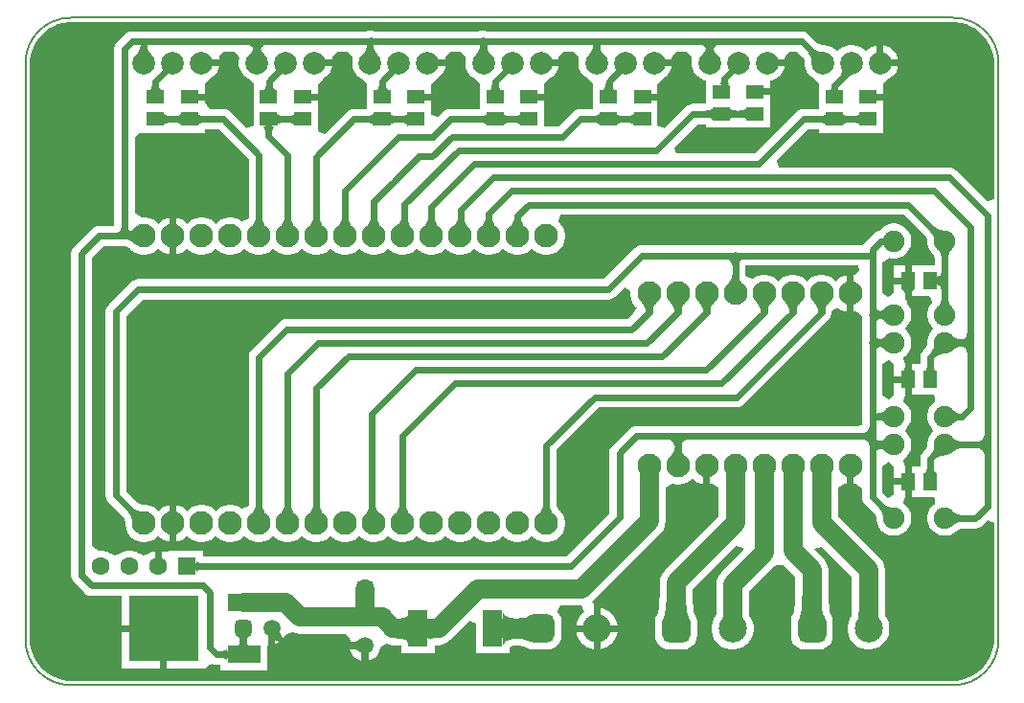
<source format=gbl>
G04*
G04 #@! TF.GenerationSoftware,Altium Limited,Altium Designer,24.4.1 (13)*
G04*
G04 Layer_Physical_Order=2*
G04 Layer_Color=16711680*
%FSLAX44Y44*%
%MOMM*%
G71*
G04*
G04 #@! TF.SameCoordinates,63E37870-44FF-48FD-8248-C193DD5CA91D*
G04*
G04*
G04 #@! TF.FilePolarity,Positive*
G04*
G01*
G75*
%ADD10C,0.2000*%
%ADD14C,2.1000*%
%ADD17C,1.6000*%
%ADD25C,0.6000*%
%ADD26C,2.0000*%
%ADD27R,1.6000X1.6000*%
%ADD28C,1.5000*%
G04:AMPARAMS|DCode=29|XSize=1.5mm|YSize=1.5mm|CornerRadius=0.375mm|HoleSize=0mm|Usage=FLASHONLY|Rotation=180.000|XOffset=0mm|YOffset=0mm|HoleType=Round|Shape=RoundedRectangle|*
%AMROUNDEDRECTD29*
21,1,1.5000,0.7500,0,0,180.0*
21,1,0.7500,1.5000,0,0,180.0*
1,1,0.7500,-0.3750,0.3750*
1,1,0.7500,0.3750,0.3750*
1,1,0.7500,0.3750,-0.3750*
1,1,0.7500,-0.3750,-0.3750*
%
%ADD29ROUNDEDRECTD29*%
G04:AMPARAMS|DCode=30|XSize=1.5mm|YSize=1.5mm|CornerRadius=0.375mm|HoleSize=0mm|Usage=FLASHONLY|Rotation=90.000|XOffset=0mm|YOffset=0mm|HoleType=Round|Shape=RoundedRectangle|*
%AMROUNDEDRECTD30*
21,1,1.5000,0.7500,0,0,90.0*
21,1,0.7500,1.5000,0,0,90.0*
1,1,0.7500,0.3750,0.3750*
1,1,0.7500,0.3750,-0.3750*
1,1,0.7500,-0.3750,-0.3750*
1,1,0.7500,-0.3750,0.3750*
%
%ADD30ROUNDEDRECTD30*%
%ADD31C,2.5000*%
G04:AMPARAMS|DCode=32|XSize=2.5mm|YSize=2.5mm|CornerRadius=0.625mm|HoleSize=0mm|Usage=FLASHONLY|Rotation=0.000|XOffset=0mm|YOffset=0mm|HoleType=Round|Shape=RoundedRectangle|*
%AMROUNDEDRECTD32*
21,1,2.5000,1.2500,0,0,0.0*
21,1,1.2500,2.5000,0,0,0.0*
1,1,1.2500,0.6250,-0.6250*
1,1,1.2500,-0.6250,-0.6250*
1,1,1.2500,-0.6250,0.6250*
1,1,1.2500,0.6250,0.6250*
%
%ADD32ROUNDEDRECTD32*%
%ADD33C,1.9000*%
%ADD34C,5.2000*%
%ADD35R,1.3000X1.5000*%
%ADD36R,1.7780X3.2000*%
%ADD37R,3.0000X1.6000*%
%ADD38R,6.2000X5.8000*%
%ADD39R,1.5000X1.3000*%
%ADD40C,0.7620*%
%ADD41C,1.7000*%
G36*
X2718210Y1710380D02*
X2722879Y1709765D01*
X2727428Y1708546D01*
X2731778Y1706745D01*
X2735856Y1704390D01*
X2739592Y1701523D01*
X2742921Y1698194D01*
X2745788Y1694458D01*
X2748142Y1690380D01*
X2749944Y1686030D01*
X2751163Y1681481D01*
X2751778Y1676813D01*
X2751778Y1674458D01*
X2751778Y1554214D01*
X2746234Y1551917D01*
X2718525Y1579627D01*
X2716645Y1581070D01*
X2714456Y1581976D01*
X2712106Y1582286D01*
X2561861D01*
X2559565Y1587829D01*
X2587366Y1615630D01*
X2596960D01*
X2597126Y1615593D01*
X2597256Y1615589D01*
Y1612208D01*
X2624256D01*
Y1612208D01*
X2627256Y1612208D01*
X2627256Y1612208D01*
X2654256D01*
Y1631708D01*
Y1641208D01*
X2640757D01*
Y1647208D01*
X2654256D01*
Y1655329D01*
X2654256Y1656708D01*
X2658785Y1660259D01*
X2658835Y1660279D01*
X2661455Y1662030D01*
X2663684Y1664259D01*
X2665435Y1666879D01*
X2666641Y1669791D01*
X2666973Y1671458D01*
X2651256D01*
Y1674458D01*
X2648256D01*
Y1690175D01*
X2646589Y1689843D01*
X2643677Y1688637D01*
X2641057Y1686886D01*
X2638556Y1684876D01*
X2636056Y1686886D01*
X2633435Y1688637D01*
X2630523Y1689843D01*
X2627432Y1690458D01*
X2624280D01*
X2621189Y1689843D01*
X2618277Y1688637D01*
X2615657Y1686886D01*
X2613156Y1684876D01*
X2610656Y1686886D01*
X2608035Y1688637D01*
X2605123Y1689843D01*
X2602032Y1690458D01*
X2601364D01*
X2600922Y1690567D01*
X2600000Y1690610D01*
X2599325Y1690682D01*
X2598726Y1690785D01*
X2598202Y1690913D01*
X2597747Y1691061D01*
X2597354Y1691225D01*
X2597012Y1691402D01*
X2596711Y1691592D01*
X2596438Y1691800D01*
X2595986Y1692214D01*
X2595864Y1692288D01*
X2588275Y1699877D01*
X2586395Y1701320D01*
X2584206Y1702226D01*
X2581856Y1702536D01*
X2303612D01*
X2302453Y1703016D01*
X2299893Y1703353D01*
X2297332Y1703016D01*
X2296173Y1702536D01*
X2204552D01*
X2203393Y1703016D01*
X2200832Y1703353D01*
X2198271Y1703016D01*
X2197113Y1702536D01*
X1989856D01*
X1987507Y1702226D01*
X1985317Y1701320D01*
X1983437Y1699877D01*
X1983437Y1699877D01*
X1977122Y1693562D01*
X1975679Y1691682D01*
X1974772Y1689492D01*
X1974463Y1687143D01*
Y1530903D01*
X1974432Y1530780D01*
X1974421Y1530578D01*
X1974219Y1530567D01*
X1974095Y1530536D01*
X1960856D01*
X1958507Y1530226D01*
X1956317Y1529320D01*
X1954437Y1527877D01*
X1938947Y1512387D01*
X1937505Y1510507D01*
X1936598Y1508318D01*
X1936288Y1505968D01*
Y1221437D01*
X1936598Y1219088D01*
X1937505Y1216898D01*
X1938947Y1215018D01*
X1947926Y1206039D01*
X1947926Y1206039D01*
X1949806Y1204597D01*
X1951996Y1203690D01*
X1954345Y1203381D01*
X1980956D01*
Y1177458D01*
X2017956D01*
Y1174458D01*
X2020956D01*
Y1139458D01*
X2054956D01*
Y1140298D01*
X2058494Y1142574D01*
X2060956Y1143482D01*
X2062507Y1142840D01*
X2064856Y1142531D01*
X2067559D01*
X2067726Y1142493D01*
X2067856Y1142489D01*
Y1137608D01*
X2109856D01*
Y1159636D01*
X2110356Y1160020D01*
Y1174458D01*
X2116356D01*
Y1170021D01*
X2120722Y1173045D01*
X2120639Y1172443D01*
X2120623Y1171847D01*
X2120673Y1171256D01*
X2120789Y1170671D01*
X2120972Y1170091D01*
X2121222Y1169518D01*
X2121538Y1168950D01*
X2121920Y1168387D01*
X2122369Y1167830D01*
X2122884Y1167279D01*
X2117795Y1163882D01*
X2117259Y1164393D01*
X2116356Y1165130D01*
Y1161286D01*
X2118567Y1161878D01*
X2121645Y1163655D01*
X2124159Y1166169D01*
X2125604Y1168672D01*
X2126755Y1169618D01*
X2132427Y1171365D01*
X2134921Y1170331D01*
X2138706Y1169833D01*
X2138706Y1169833D01*
X2179330D01*
X2181698Y1166733D01*
X2183052Y1163833D01*
X2182684Y1162458D01*
X2184482D01*
Y1162458D01*
X2185229Y1162481D01*
X2185943Y1162548D01*
X2186625Y1162661D01*
X2187275Y1162818D01*
X2187893Y1163021D01*
X2188479Y1163268D01*
X2189032Y1163561D01*
X2189554Y1163898D01*
X2190043Y1164281D01*
X2190500Y1164708D01*
Y1162458D01*
X2195856D01*
Y1159458D01*
X2198856D01*
Y1146286D01*
X2201067Y1146878D01*
X2204145Y1148655D01*
X2206659Y1151169D01*
X2208436Y1154247D01*
X2209356Y1157681D01*
X2210279Y1158587D01*
X2215356Y1161042D01*
X2217071Y1160331D01*
X2220670Y1159857D01*
X2220743Y1159842D01*
X2220798Y1159841D01*
X2220856Y1159833D01*
X2221208D01*
X2223109Y1159798D01*
X2225045Y1159678D01*
X2226638Y1159491D01*
X2227856Y1159261D01*
X2227946Y1159235D01*
Y1152458D01*
X2257726D01*
Y1159742D01*
X2259274Y1159833D01*
X2260856D01*
X2264641Y1160331D01*
X2268169Y1161792D01*
X2271198Y1164117D01*
X2288443Y1181362D01*
X2293986Y1179066D01*
Y1152458D01*
X2316874D01*
X2317008Y1152414D01*
X2317375Y1152443D01*
X2317736Y1152371D01*
X2318173Y1152458D01*
X2323766D01*
Y1157627D01*
X2323810Y1157761D01*
X2323856Y1158148D01*
X2323868Y1158158D01*
X2324481Y1158487D01*
X2325600Y1158889D01*
X2327215Y1159271D01*
X2329296Y1159576D01*
X2329550Y1159596D01*
X2329683Y1159590D01*
X2333634Y1159162D01*
X2335051Y1158909D01*
X2336190Y1158631D01*
X2336953Y1158377D01*
X2337296Y1158218D01*
X2337740Y1157922D01*
X2338062Y1157789D01*
X2338428Y1157508D01*
X2341408Y1156273D01*
X2344606Y1155853D01*
X2357106D01*
X2360304Y1156273D01*
X2363284Y1157508D01*
X2365843Y1159471D01*
X2367807Y1162030D01*
X2369041Y1165010D01*
X2369462Y1168208D01*
Y1180708D01*
X2369041Y1183906D01*
X2367807Y1186886D01*
X2366313Y1188833D01*
X2366856Y1191370D01*
X2368677Y1194833D01*
X2386856D01*
X2387347Y1194898D01*
X2389518Y1189132D01*
X2389063Y1188828D01*
X2386486Y1186251D01*
X2384462Y1183221D01*
X2383067Y1179854D01*
X2382590Y1177458D01*
X2397856D01*
Y1195538D01*
X2396483Y1198568D01*
X2397198Y1199117D01*
X2457298Y1259217D01*
X2457298Y1259217D01*
X2459622Y1262245D01*
X2460478Y1264312D01*
X2461083Y1265773D01*
X2461581Y1269558D01*
Y1298573D01*
X2461747Y1298857D01*
X2467543Y1302392D01*
X2470731Y1301758D01*
X2473981D01*
X2477169Y1302392D01*
X2480172Y1303636D01*
X2482874Y1305442D01*
X2485056Y1307624D01*
X2487238Y1305442D01*
X2489940Y1303636D01*
X2492943Y1302392D01*
X2494756Y1302032D01*
Y1318258D01*
X2500756D01*
Y1302032D01*
X2502569Y1302392D01*
X2508365Y1298857D01*
X2508531Y1298573D01*
Y1273516D01*
X2460515Y1225500D01*
X2458190Y1222471D01*
X2456729Y1218943D01*
X2456231Y1215158D01*
Y1202779D01*
X2456210Y1200661D01*
X2455988Y1195631D01*
X2455560Y1191680D01*
X2455307Y1190263D01*
X2455029Y1189124D01*
X2454775Y1188361D01*
X2454616Y1188019D01*
X2454320Y1187574D01*
X2454187Y1187253D01*
X2453906Y1186886D01*
X2452671Y1183906D01*
X2452250Y1180708D01*
Y1168208D01*
X2452671Y1165010D01*
X2453906Y1162030D01*
X2455869Y1159471D01*
X2458428Y1157508D01*
X2461408Y1156273D01*
X2464606Y1155852D01*
X2477106D01*
X2480304Y1156273D01*
X2483284Y1157508D01*
X2485843Y1159471D01*
X2487807Y1162030D01*
X2489041Y1165010D01*
X2489462Y1168208D01*
Y1180708D01*
X2489041Y1183906D01*
X2487807Y1186886D01*
X2487525Y1187253D01*
X2487392Y1187574D01*
X2487096Y1188019D01*
X2486938Y1188361D01*
X2486683Y1189124D01*
X2486405Y1190263D01*
X2486171Y1191575D01*
X2485501Y1200748D01*
X2485481Y1202779D01*
Y1209100D01*
X2523828Y1247447D01*
X2530339Y1245472D01*
X2530645Y1243931D01*
X2510515Y1223801D01*
X2508190Y1220772D01*
X2506729Y1217244D01*
X2506231Y1213459D01*
Y1189852D01*
X2506217Y1187396D01*
X2506164Y1185769D01*
X2504462Y1183221D01*
X2503067Y1179854D01*
X2502356Y1176280D01*
Y1172636D01*
X2503067Y1169062D01*
X2504462Y1165695D01*
X2506486Y1162665D01*
X2509063Y1160088D01*
X2512093Y1158064D01*
X2515460Y1156669D01*
X2519034Y1155958D01*
X2522678D01*
X2526252Y1156669D01*
X2529619Y1158064D01*
X2532649Y1160088D01*
X2535226Y1162665D01*
X2537251Y1165695D01*
X2538645Y1169062D01*
X2539356Y1172636D01*
Y1176280D01*
X2538645Y1179854D01*
X2537251Y1183221D01*
X2535655Y1185609D01*
X2535481Y1190988D01*
Y1207401D01*
X2558025Y1229945D01*
X2559751Y1230739D01*
X2565963Y1230169D01*
X2576231Y1219900D01*
Y1202779D01*
X2576210Y1200661D01*
X2575988Y1195631D01*
X2575560Y1191680D01*
X2575307Y1190263D01*
X2575029Y1189124D01*
X2574775Y1188361D01*
X2574616Y1188019D01*
X2574320Y1187574D01*
X2574187Y1187253D01*
X2573906Y1186886D01*
X2572672Y1183906D01*
X2572250Y1180708D01*
Y1168208D01*
X2572672Y1165010D01*
X2573906Y1162030D01*
X2575869Y1159471D01*
X2578428Y1157508D01*
X2581408Y1156273D01*
X2584606Y1155853D01*
X2597106D01*
X2600304Y1156273D01*
X2603284Y1157508D01*
X2605843Y1159471D01*
X2607806Y1162030D01*
X2609041Y1165010D01*
X2609462Y1168208D01*
Y1180708D01*
X2609041Y1183906D01*
X2607806Y1186886D01*
X2607525Y1187253D01*
X2607393Y1187574D01*
X2607096Y1188019D01*
X2606938Y1188361D01*
X2606683Y1189124D01*
X2606405Y1190263D01*
X2606171Y1191575D01*
X2605501Y1200748D01*
X2605481Y1202779D01*
Y1225958D01*
X2604983Y1229743D01*
X2603522Y1233271D01*
X2601198Y1236300D01*
X2601198Y1236300D01*
X2593068Y1244429D01*
X2593093Y1244553D01*
X2599603Y1246528D01*
X2626231Y1219900D01*
Y1189852D01*
X2626217Y1187396D01*
X2626164Y1185769D01*
X2624462Y1183221D01*
X2623067Y1179854D01*
X2622356Y1176280D01*
Y1172636D01*
X2623067Y1169062D01*
X2624462Y1165695D01*
X2626486Y1162665D01*
X2629063Y1160088D01*
X2632093Y1158064D01*
X2635460Y1156669D01*
X2639034Y1155958D01*
X2642678D01*
X2646252Y1156669D01*
X2649619Y1158064D01*
X2652649Y1160088D01*
X2655226Y1162665D01*
X2657251Y1165695D01*
X2658645Y1169062D01*
X2659356Y1172636D01*
Y1176280D01*
X2658645Y1179854D01*
X2657251Y1183221D01*
X2655655Y1185609D01*
X2655481Y1190988D01*
Y1225958D01*
X2654983Y1229743D01*
X2653522Y1233271D01*
X2651198Y1236300D01*
X2613981Y1273516D01*
Y1298573D01*
X2614148Y1298857D01*
X2619943Y1302392D01*
X2621756Y1302032D01*
Y1318258D01*
X2627756D01*
Y1302032D01*
X2629178Y1302314D01*
X2629695Y1302303D01*
X2635179Y1298403D01*
Y1291058D01*
X2635488Y1288709D01*
X2636395Y1286519D01*
X2637837Y1284639D01*
X2646250Y1276227D01*
X2646326Y1276102D01*
X2646731Y1275661D01*
X2646928Y1275405D01*
X2647099Y1275139D01*
X2647249Y1274851D01*
X2647383Y1274531D01*
X2647501Y1274166D01*
X2647600Y1273749D01*
X2647676Y1273270D01*
X2647724Y1272725D01*
X2647740Y1271925D01*
X2647856Y1271401D01*
Y1270432D01*
X2648452Y1267437D01*
X2649620Y1264616D01*
X2651317Y1262077D01*
X2653476Y1259919D01*
X2656014Y1258222D01*
X2658835Y1257054D01*
X2661830Y1256458D01*
X2664883D01*
X2667877Y1257054D01*
X2670698Y1258222D01*
X2673237Y1259919D01*
X2675396Y1262077D01*
X2677092Y1264616D01*
X2678260Y1267437D01*
X2678856Y1270432D01*
Y1273485D01*
X2678260Y1276479D01*
X2677092Y1279300D01*
X2675396Y1281839D01*
X2673237Y1283998D01*
X2671799Y1284958D01*
X2672393Y1289159D01*
X2673106Y1290616D01*
Y1301458D01*
X2663606D01*
Y1293533D01*
X2663518Y1293017D01*
X2662721Y1292271D01*
X2657898Y1290254D01*
X2653334Y1294818D01*
Y1318063D01*
X2658585Y1321873D01*
X2659287Y1321949D01*
X2663606Y1317958D01*
Y1307458D01*
X2673106D01*
Y1318300D01*
X2672393Y1319757D01*
X2671799Y1323958D01*
X2673237Y1324919D01*
X2675396Y1327077D01*
X2677092Y1329616D01*
X2678260Y1332437D01*
X2678856Y1335432D01*
Y1338485D01*
X2678260Y1341479D01*
X2677092Y1344300D01*
X2675396Y1346839D01*
X2673560Y1349458D01*
X2675396Y1352077D01*
X2677092Y1354616D01*
X2678260Y1357437D01*
X2678856Y1360432D01*
Y1363485D01*
X2678260Y1366479D01*
X2677092Y1369300D01*
X2675396Y1371839D01*
X2673237Y1373998D01*
X2671799Y1374958D01*
X2672393Y1379159D01*
X2673106Y1380616D01*
Y1391458D01*
X2663606D01*
Y1380958D01*
X2659287Y1376967D01*
X2658585Y1377044D01*
X2653334Y1380853D01*
Y1408063D01*
X2658585Y1411873D01*
X2659287Y1411949D01*
X2663606Y1407958D01*
Y1397458D01*
X2673106D01*
Y1401897D01*
X2670106D01*
X2670676Y1401957D01*
X2671186Y1402138D01*
X2671636Y1402440D01*
X2672026Y1402862D01*
X2672356Y1403405D01*
X2672626Y1404068D01*
X2672836Y1404852D01*
X2672986Y1405757D01*
X2673076Y1406782D01*
X2673106Y1407928D01*
X2673106D01*
Y1408300D01*
X2672393Y1409757D01*
X2671799Y1413958D01*
X2673237Y1414919D01*
X2675396Y1417077D01*
X2677092Y1419616D01*
X2678260Y1422437D01*
X2678856Y1425432D01*
Y1428485D01*
X2678260Y1431479D01*
X2677092Y1434300D01*
X2675396Y1436839D01*
X2673560Y1439458D01*
X2675396Y1442077D01*
X2677092Y1444616D01*
X2678260Y1447437D01*
X2678856Y1450432D01*
Y1453485D01*
X2678260Y1456479D01*
X2677092Y1459300D01*
X2675396Y1461839D01*
X2674776Y1462458D01*
X2676954Y1468458D01*
X2693441D01*
X2694639Y1468143D01*
X2694716Y1468112D01*
X2694904Y1467953D01*
X2695219Y1467637D01*
X2695623Y1467140D01*
X2695875Y1466734D01*
X2695976Y1466464D01*
X2696931Y1462797D01*
X2696936Y1462458D01*
X2696317Y1461839D01*
X2694620Y1459300D01*
X2693452Y1456479D01*
X2692856Y1453485D01*
Y1450432D01*
X2693452Y1447437D01*
X2694620Y1444616D01*
X2696317Y1442077D01*
X2698153Y1439458D01*
X2696317Y1436839D01*
X2694620Y1434300D01*
X2693452Y1431479D01*
X2692856Y1428485D01*
Y1427516D01*
X2692740Y1426992D01*
X2692724Y1426191D01*
X2692676Y1425646D01*
X2692600Y1425168D01*
X2692501Y1424750D01*
X2692383Y1424386D01*
X2692249Y1424065D01*
X2692099Y1423777D01*
X2691928Y1423511D01*
X2691731Y1423256D01*
X2691326Y1422814D01*
X2691250Y1422690D01*
X2689187Y1420627D01*
X2687745Y1418747D01*
X2686838Y1416558D01*
X2686529Y1414208D01*
Y1408255D01*
X2686491Y1408088D01*
X2686487Y1407958D01*
X2679106D01*
Y1407927D01*
X2679136Y1406782D01*
X2679226Y1405757D01*
X2679376Y1404852D01*
X2679586Y1404068D01*
X2679856Y1403405D01*
X2680186Y1402862D01*
X2680576Y1402440D01*
X2681026Y1402138D01*
X2681536Y1401957D01*
X2682106Y1401897D01*
X2679106D01*
Y1394458D01*
Y1380958D01*
X2698439D01*
X2699319Y1379159D01*
X2699913Y1374958D01*
X2698476Y1373998D01*
X2696317Y1371839D01*
X2694620Y1369300D01*
X2693452Y1366479D01*
X2692856Y1363485D01*
Y1360432D01*
X2693452Y1357437D01*
X2694620Y1354616D01*
X2696317Y1352077D01*
X2698153Y1349458D01*
X2696317Y1346839D01*
X2694620Y1344300D01*
X2693452Y1341479D01*
X2692856Y1338485D01*
Y1337516D01*
X2692740Y1336992D01*
X2692724Y1336191D01*
X2692676Y1335646D01*
X2692600Y1335168D01*
X2692501Y1334750D01*
X2692383Y1334386D01*
X2692249Y1334065D01*
X2692099Y1333777D01*
X2691928Y1333511D01*
X2691731Y1333256D01*
X2691326Y1332814D01*
X2691250Y1332690D01*
X2689187Y1330627D01*
X2687745Y1328747D01*
X2686838Y1326558D01*
X2686529Y1324208D01*
Y1318255D01*
X2686491Y1318088D01*
X2686487Y1317958D01*
X2679106D01*
Y1304458D01*
Y1290958D01*
X2698439D01*
X2699319Y1289159D01*
X2699913Y1284958D01*
X2698476Y1283998D01*
X2696317Y1281839D01*
X2694620Y1279300D01*
X2693452Y1276479D01*
X2692856Y1273485D01*
Y1270432D01*
X2693452Y1267437D01*
X2694620Y1264616D01*
X2696317Y1262077D01*
X2698476Y1259919D01*
X2701014Y1258222D01*
X2703835Y1257054D01*
X2706830Y1256458D01*
X2709883D01*
X2712877Y1257054D01*
X2715698Y1258222D01*
X2718237Y1259919D01*
X2718922Y1260604D01*
X2719374Y1260892D01*
X2719952Y1261447D01*
X2720371Y1261798D01*
X2720764Y1262083D01*
X2721129Y1262308D01*
X2721470Y1262483D01*
X2721791Y1262615D01*
X2722101Y1262712D01*
X2722410Y1262779D01*
X2722730Y1262821D01*
X2723329Y1262846D01*
X2723470Y1262880D01*
X2735356D01*
X2737706Y1263190D01*
X2739895Y1264097D01*
X2741775Y1265539D01*
X2746235Y1269999D01*
X2751778Y1267703D01*
X2751778Y1164458D01*
Y1162104D01*
X2751163Y1157435D01*
X2749944Y1152887D01*
X2748142Y1148536D01*
X2745788Y1144458D01*
X2742921Y1140722D01*
X2739592Y1137393D01*
X2735856Y1134526D01*
X2731778Y1132172D01*
X2727428Y1130370D01*
X2722879Y1129151D01*
X2718210Y1128536D01*
X1933502D01*
X1928833Y1129151D01*
X1924285Y1130370D01*
X1919934Y1132172D01*
X1915856Y1134526D01*
X1912120Y1137393D01*
X1908791Y1140723D01*
X1905924Y1144458D01*
X1903570Y1148536D01*
X1901768Y1152887D01*
X1900549Y1157435D01*
X1899934Y1162104D01*
Y1164458D01*
Y1674458D01*
Y1676813D01*
X1900549Y1681481D01*
X1901768Y1686030D01*
X1903570Y1690380D01*
X1905924Y1694458D01*
X1908791Y1698194D01*
X1912121Y1701523D01*
X1915856Y1704390D01*
X1919934Y1706744D01*
X1924285Y1708546D01*
X1928833Y1709765D01*
X1933502Y1710380D01*
X1935856Y1710380D01*
X2715856Y1710380D01*
X2718210Y1710380D01*
D02*
G37*
G36*
X2403496Y1689108D02*
X2403616Y1688229D01*
X2403816Y1687361D01*
X2404096Y1686505D01*
X2404456Y1685659D01*
X2404896Y1684825D01*
X2405416Y1684002D01*
X2406016Y1683190D01*
X2406696Y1682389D01*
X2407456Y1681600D01*
X2393456D01*
X2394216Y1682389D01*
X2394896Y1683190D01*
X2395496Y1684002D01*
X2396016Y1684825D01*
X2396456Y1685659D01*
X2396816Y1686505D01*
X2397096Y1687361D01*
X2397296Y1688229D01*
X2397416Y1689108D01*
X2397456Y1689998D01*
X2403456D01*
X2403496Y1689108D01*
D02*
G37*
G36*
X2303496D02*
X2303616Y1688229D01*
X2303816Y1687361D01*
X2304096Y1686505D01*
X2304456Y1685659D01*
X2304896Y1684825D01*
X2305416Y1684002D01*
X2306016Y1683190D01*
X2306696Y1682389D01*
X2307456Y1681600D01*
X2293456D01*
X2294216Y1682389D01*
X2294896Y1683190D01*
X2295496Y1684002D01*
X2296016Y1684825D01*
X2296456Y1685659D01*
X2296816Y1686505D01*
X2297096Y1687361D01*
X2297296Y1688229D01*
X2297416Y1689108D01*
X2297456Y1689998D01*
X2303456D01*
X2303496Y1689108D01*
D02*
G37*
G36*
X2203496D02*
X2203616Y1688229D01*
X2203816Y1687361D01*
X2204096Y1686505D01*
X2204456Y1685659D01*
X2204896Y1684825D01*
X2205416Y1684002D01*
X2206016Y1683190D01*
X2206696Y1682389D01*
X2207456Y1681600D01*
X2193456D01*
X2194216Y1682389D01*
X2194896Y1683190D01*
X2195496Y1684002D01*
X2196016Y1684825D01*
X2196456Y1685659D01*
X2196816Y1686505D01*
X2197096Y1687361D01*
X2197296Y1688229D01*
X2197416Y1689108D01*
X2197456Y1689998D01*
X2203456D01*
X2203496Y1689108D01*
D02*
G37*
G36*
X2003496D02*
X2003616Y1688229D01*
X2003816Y1687361D01*
X2004096Y1686505D01*
X2004456Y1685659D01*
X2004896Y1684825D01*
X2005416Y1684002D01*
X2006016Y1683190D01*
X2006696Y1682389D01*
X2007456Y1681600D01*
X1993456D01*
X1994216Y1682389D01*
X1994896Y1683190D01*
X1995496Y1684002D01*
X1996016Y1684825D01*
X1996456Y1685659D01*
X1996816Y1686505D01*
X1997096Y1687361D01*
X1997296Y1688229D01*
X1997416Y1689108D01*
X1997456Y1689998D01*
X2003456D01*
X2003496Y1689108D01*
D02*
G37*
G36*
X2109582Y1690458D02*
X2108442Y1690398D01*
X2107422Y1690218D01*
X2106522Y1689918D01*
X2105742Y1689498D01*
X2105082Y1688958D01*
X2104542Y1688298D01*
X2104122Y1687518D01*
X2103997Y1687143D01*
X2104217Y1686464D01*
X2104573Y1685614D01*
X2105009Y1684774D01*
X2105524Y1683944D01*
X2106119Y1683123D01*
X2106793Y1682312D01*
X2107546Y1681511D01*
X2093547Y1681687D01*
X2094314Y1682465D01*
X2095000Y1683256D01*
X2095605Y1684059D01*
X2096130Y1684875D01*
X2096574Y1685703D01*
X2096937Y1686544D01*
X2097151Y1687192D01*
X2097042Y1687518D01*
X2096622Y1688298D01*
X2096082Y1688958D01*
X2095423Y1689498D01*
X2094642Y1689918D01*
X2093742Y1690218D01*
X2092722Y1690398D01*
X2091582Y1690458D01*
X2100582Y1696458D01*
X2109582Y1690458D01*
D02*
G37*
G36*
X2509777D02*
X2508637Y1690398D01*
X2507617Y1690218D01*
X2506717Y1689918D01*
X2505937Y1689498D01*
X2505277Y1688958D01*
X2504737Y1688298D01*
X2504317Y1687518D01*
X2504178Y1687102D01*
X2504402Y1686397D01*
X2504753Y1685542D01*
X2505183Y1684693D01*
X2505690Y1683852D01*
X2506276Y1683018D01*
X2506940Y1682191D01*
X2507682Y1681371D01*
X2493689Y1681821D01*
X2494466Y1682580D01*
X2495161Y1683354D01*
X2495774Y1684143D01*
X2496305Y1684948D01*
X2496755Y1685767D01*
X2497123Y1686602D01*
X2497334Y1687228D01*
X2497237Y1687518D01*
X2496817Y1688298D01*
X2496277Y1688958D01*
X2495617Y1689498D01*
X2494837Y1689918D01*
X2493937Y1690218D01*
X2492917Y1690398D01*
X2491777Y1690458D01*
X2500777Y1696458D01*
X2509777Y1690458D01*
D02*
G37*
G36*
X2592509Y1687103D02*
X2593212Y1686566D01*
X2593965Y1686090D01*
X2594769Y1685674D01*
X2595622Y1685319D01*
X2596526Y1685025D01*
X2597479Y1684792D01*
X2598482Y1684619D01*
X2599536Y1684507D01*
X2600639Y1684456D01*
X2590464Y1674841D01*
X2590472Y1675928D01*
X2590413Y1676968D01*
X2590285Y1677961D01*
X2590089Y1678906D01*
X2589826Y1679804D01*
X2589494Y1680655D01*
X2589095Y1681458D01*
X2588627Y1682214D01*
X2588091Y1682923D01*
X2587487Y1683584D01*
X2591855Y1687701D01*
X2592509Y1687103D01*
D02*
G37*
G36*
X2629512Y1665150D02*
X2628415Y1664703D01*
X2625474Y1663301D01*
X2624611Y1662813D01*
X2623058Y1661808D01*
X2622370Y1661291D01*
X2621740Y1660763D01*
X2621168Y1660225D01*
X2615092Y1662635D01*
X2615724Y1663331D01*
X2616250Y1664050D01*
X2616669Y1664792D01*
X2616982Y1665557D01*
X2617188Y1666344D01*
X2617288Y1667153D01*
X2617281Y1667985D01*
X2617169Y1668840D01*
X2616949Y1669717D01*
X2616624Y1670617D01*
X2629512Y1665150D01*
D02*
G37*
G36*
X2484466Y1679866D02*
X2484923Y1678380D01*
X2484456Y1676034D01*
Y1672882D01*
X2485071Y1669791D01*
X2486277Y1666879D01*
X2488028Y1664259D01*
X2490257Y1662030D01*
X2492877Y1660279D01*
X2495789Y1659073D01*
X2497256Y1658781D01*
Y1638577D01*
X2497127Y1638574D01*
X2496959Y1638536D01*
X2485856D01*
X2485856Y1638536D01*
X2483507Y1638226D01*
X2481317Y1637320D01*
X2479437Y1635877D01*
X2460506Y1616946D01*
X2454506Y1619431D01*
Y1631708D01*
Y1641208D01*
X2441006D01*
Y1647208D01*
X2454506D01*
Y1655703D01*
X2454506D01*
X2454506D01*
X2458554Y1660026D01*
X2458985Y1660380D01*
X2461456Y1662030D01*
X2463684Y1664259D01*
X2465435Y1666879D01*
X2466641Y1669791D01*
X2466973Y1671458D01*
X2451256D01*
Y1677458D01*
X2466973D01*
X2466789Y1678380D01*
X2467246Y1679866D01*
X2470931Y1684380D01*
X2480781D01*
X2484466Y1679866D01*
D02*
G37*
G36*
X2284466Y1679866D02*
X2284923Y1678380D01*
X2284456Y1676034D01*
Y1672882D01*
X2285071Y1669791D01*
X2286277Y1666879D01*
X2288028Y1664259D01*
X2290257Y1662030D01*
X2292877Y1660279D01*
X2292970Y1660241D01*
X2297506Y1656708D01*
X2297506Y1655254D01*
Y1633827D01*
X2297377Y1633824D01*
X2297209Y1633786D01*
X2271106D01*
X2268757Y1633476D01*
X2266567Y1632570D01*
X2264687Y1631127D01*
X2260049Y1626489D01*
X2254506Y1628785D01*
Y1631708D01*
Y1641208D01*
X2241006D01*
Y1647208D01*
X2254506D01*
Y1655703D01*
X2254506D01*
X2254506D01*
X2258554Y1660026D01*
X2258985Y1660380D01*
X2261456Y1662030D01*
X2263684Y1664259D01*
X2265435Y1666879D01*
X2266641Y1669791D01*
X2266973Y1671458D01*
X2251256D01*
Y1677458D01*
X2266973D01*
X2266789Y1678380D01*
X2267246Y1679866D01*
X2270931Y1684380D01*
X2280781D01*
X2284466Y1679866D01*
D02*
G37*
G36*
X2184466D02*
X2184923Y1678380D01*
X2184456Y1676034D01*
Y1672882D01*
X2185071Y1669791D01*
X2186277Y1666879D01*
X2188028Y1664259D01*
X2190257Y1662030D01*
X2192766Y1660353D01*
X2197256Y1656708D01*
X2197256Y1655628D01*
Y1633827D01*
X2197127Y1633824D01*
X2196960Y1633786D01*
X2186106D01*
X2186106Y1633786D01*
X2183757Y1633477D01*
X2181567Y1632570D01*
X2179687Y1631127D01*
X2179687Y1631127D01*
X2160321Y1611760D01*
X2154506Y1614431D01*
Y1631708D01*
Y1641208D01*
X2141006D01*
Y1647208D01*
X2154506D01*
Y1655703D01*
X2154506D01*
X2154506D01*
X2158554Y1660026D01*
X2158985Y1660380D01*
X2161456Y1662030D01*
X2163684Y1664259D01*
X2165435Y1666879D01*
X2166641Y1669791D01*
X2166973Y1671458D01*
X2151256D01*
Y1677458D01*
X2166973D01*
X2166789Y1678380D01*
X2167246Y1679866D01*
X2170931Y1684380D01*
X2180781D01*
X2184466Y1679866D01*
D02*
G37*
G36*
X2516795Y1659918D02*
X2516910Y1658243D01*
X2517011Y1657562D01*
X2517142Y1656986D01*
X2517301Y1656515D01*
X2517488Y1656149D01*
X2517705Y1655887D01*
X2517951Y1655730D01*
X2518226Y1655678D01*
X2508546Y1655647D01*
X2508970Y1655701D01*
X2509350Y1655860D01*
X2509685Y1656124D01*
X2509976Y1656493D01*
X2510222Y1656967D01*
X2510423Y1657546D01*
X2510579Y1658230D01*
X2510691Y1659019D01*
X2510758Y1659913D01*
X2510780Y1660912D01*
X2516780D01*
X2516795Y1659918D01*
D02*
G37*
G36*
X2614166Y1653734D02*
X2614283Y1652019D01*
X2614353Y1651600D01*
X2614439Y1651257D01*
X2614540Y1650990D01*
X2614658Y1650800D01*
X2614790Y1650685D01*
X2614938Y1650647D01*
X2607378D01*
X2607526Y1650685D01*
X2607658Y1650800D01*
X2607776Y1650990D01*
X2607877Y1651257D01*
X2607963Y1651600D01*
X2608033Y1652019D01*
X2608088Y1652514D01*
X2608150Y1653734D01*
X2608158Y1654458D01*
X2614158D01*
X2614166Y1653734D01*
D02*
G37*
G36*
X2414438Y1655532D02*
X2414528Y1654507D01*
X2414678Y1653602D01*
X2414888Y1652818D01*
X2415158Y1652155D01*
X2415488Y1651612D01*
X2415878Y1651190D01*
X2416328Y1650888D01*
X2416838Y1650708D01*
X2417408Y1650647D01*
X2405408D01*
X2405978Y1650708D01*
X2406488Y1650888D01*
X2406938Y1651190D01*
X2407328Y1651612D01*
X2407658Y1652155D01*
X2407928Y1652818D01*
X2408138Y1653602D01*
X2408288Y1654507D01*
X2408378Y1655532D01*
X2408408Y1656678D01*
X2414408D01*
X2414438Y1655532D01*
D02*
G37*
G36*
X2314188D02*
X2314278Y1654507D01*
X2314428Y1653602D01*
X2314638Y1652818D01*
X2314908Y1652155D01*
X2315238Y1651612D01*
X2315628Y1651190D01*
X2316078Y1650888D01*
X2316588Y1650708D01*
X2317158Y1650647D01*
X2305158D01*
X2305728Y1650708D01*
X2306238Y1650888D01*
X2306688Y1651190D01*
X2307078Y1651612D01*
X2307408Y1652155D01*
X2307678Y1652818D01*
X2307888Y1653602D01*
X2308038Y1654507D01*
X2308128Y1655532D01*
X2308158Y1656678D01*
X2314158D01*
X2314188Y1655532D01*
D02*
G37*
G36*
X2214438D02*
X2214528Y1654507D01*
X2214678Y1653602D01*
X2214888Y1652818D01*
X2215158Y1652155D01*
X2215488Y1651612D01*
X2215878Y1651190D01*
X2216328Y1650888D01*
X2216838Y1650708D01*
X2217408Y1650647D01*
X2205408D01*
X2205978Y1650708D01*
X2206488Y1650888D01*
X2206938Y1651190D01*
X2207328Y1651612D01*
X2207658Y1652155D01*
X2207928Y1652818D01*
X2208138Y1653602D01*
X2208288Y1654507D01*
X2208378Y1655532D01*
X2208408Y1656678D01*
X2214408D01*
X2214438Y1655532D01*
D02*
G37*
G36*
X2114438D02*
X2114528Y1654507D01*
X2114678Y1653602D01*
X2114888Y1652818D01*
X2115158Y1652155D01*
X2115488Y1651612D01*
X2115878Y1651190D01*
X2116328Y1650888D01*
X2116838Y1650708D01*
X2117408Y1650647D01*
X2105408D01*
X2105978Y1650708D01*
X2106488Y1650888D01*
X2106938Y1651190D01*
X2107328Y1651612D01*
X2107658Y1652155D01*
X2107928Y1652818D01*
X2108138Y1653602D01*
X2108288Y1654507D01*
X2108378Y1655532D01*
X2108408Y1656678D01*
X2114408D01*
X2114438Y1655532D01*
D02*
G37*
G36*
X2013786D02*
X2013876Y1654507D01*
X2014026Y1653602D01*
X2014236Y1652818D01*
X2014506Y1652155D01*
X2014836Y1651612D01*
X2015226Y1651190D01*
X2015676Y1650888D01*
X2016186Y1650708D01*
X2016756Y1650647D01*
X2004756D01*
X2005326Y1650708D01*
X2005836Y1650888D01*
X2006286Y1651190D01*
X2006676Y1651612D01*
X2007006Y1652155D01*
X2007276Y1652818D01*
X2007486Y1653602D01*
X2007636Y1654507D01*
X2007726Y1655532D01*
X2007756Y1656678D01*
X2013756D01*
X2013786Y1655532D01*
D02*
G37*
G36*
X2582896Y1679580D02*
X2582969Y1679460D01*
X2583382Y1679008D01*
X2583575Y1678753D01*
X2583743Y1678480D01*
X2583894Y1678176D01*
X2584030Y1677828D01*
X2584149Y1677422D01*
X2584247Y1676950D01*
X2584317Y1676403D01*
X2584353Y1675777D01*
X2584346Y1674889D01*
X2584456Y1674312D01*
Y1672882D01*
X2585071Y1669791D01*
X2586277Y1666879D01*
X2588028Y1664259D01*
X2590257Y1662030D01*
X2592766Y1660353D01*
X2597256Y1656708D01*
X2597256Y1655628D01*
Y1633827D01*
X2597126Y1633824D01*
X2596960Y1633786D01*
X2583606D01*
X2583606Y1633786D01*
X2581257Y1633477D01*
X2579067Y1632570D01*
X2577187Y1631127D01*
X2577187Y1631127D01*
X2540346Y1594286D01*
X2471361D01*
X2469065Y1599829D01*
X2489616Y1620381D01*
X2496959D01*
X2497127Y1620343D01*
X2497256Y1620339D01*
Y1617208D01*
X2524256D01*
Y1617208D01*
X2527256Y1617208D01*
X2527256Y1617208D01*
X2554256D01*
Y1636708D01*
Y1646208D01*
X2540756D01*
Y1652208D01*
X2554256D01*
Y1658741D01*
X2555923Y1659073D01*
X2558835Y1660279D01*
X2561455Y1662030D01*
X2563684Y1664259D01*
X2565435Y1666879D01*
X2566641Y1669791D01*
X2566973Y1671458D01*
X2551256D01*
Y1677458D01*
X2566973D01*
X2566790Y1678380D01*
X2567246Y1679866D01*
X2570931Y1684380D01*
X2578096D01*
X2582896Y1679580D01*
D02*
G37*
G36*
X2533317Y1623708D02*
X2533257Y1624278D01*
X2533076Y1624788D01*
X2532774Y1625238D01*
X2532352Y1625628D01*
X2531810Y1625958D01*
X2531146Y1626228D01*
X2530362Y1626438D01*
X2529458Y1626588D01*
X2528432Y1626678D01*
X2527287Y1626708D01*
Y1632708D01*
X2528432Y1632738D01*
X2529458Y1632828D01*
X2530362Y1632978D01*
X2531146Y1633188D01*
X2531810Y1633458D01*
X2532352Y1633788D01*
X2532774Y1634178D01*
X2533076Y1634628D01*
X2533257Y1635138D01*
X2533317Y1635708D01*
Y1623708D01*
D02*
G37*
G36*
X2518255Y1635138D02*
X2518436Y1634628D01*
X2518738Y1634178D01*
X2519160Y1633788D01*
X2519703Y1633458D01*
X2520366Y1633188D01*
X2521150Y1632978D01*
X2522055Y1632828D01*
X2523080Y1632738D01*
X2524226Y1632708D01*
Y1626708D01*
X2523080Y1626678D01*
X2522055Y1626588D01*
X2521150Y1626438D01*
X2520366Y1626228D01*
X2519703Y1625958D01*
X2519160Y1625628D01*
X2518738Y1625238D01*
X2518436Y1624788D01*
X2518255Y1624278D01*
X2518195Y1623708D01*
Y1635708D01*
X2518255Y1635138D01*
D02*
G37*
G36*
X2503317Y1623458D02*
X2503257Y1624028D01*
X2503076Y1624538D01*
X2502774Y1624988D01*
X2502352Y1625378D01*
X2501810Y1625708D01*
X2501146Y1625978D01*
X2500362Y1626188D01*
X2499458Y1626338D01*
X2498432Y1626428D01*
X2497287Y1626458D01*
Y1632458D01*
X2498432Y1632488D01*
X2499458Y1632578D01*
X2500362Y1632728D01*
X2501146Y1632938D01*
X2501810Y1633208D01*
X2502352Y1633538D01*
X2502774Y1633928D01*
X2503076Y1634378D01*
X2503257Y1634888D01*
X2503317Y1635458D01*
Y1623458D01*
D02*
G37*
G36*
X2603317Y1618708D02*
X2603257Y1619278D01*
X2603076Y1619788D01*
X2602774Y1620238D01*
X2602352Y1620628D01*
X2601810Y1620958D01*
X2601146Y1621228D01*
X2600362Y1621438D01*
X2599458Y1621588D01*
X2598433Y1621678D01*
X2597287Y1621708D01*
Y1627708D01*
X2598433Y1627738D01*
X2599458Y1627828D01*
X2600362Y1627978D01*
X2601146Y1628188D01*
X2601810Y1628458D01*
X2602352Y1628788D01*
X2602774Y1629178D01*
X2603076Y1629628D01*
X2603257Y1630138D01*
X2603317Y1630708D01*
Y1618708D01*
D02*
G37*
G36*
X2403317D02*
X2403257Y1619278D01*
X2403076Y1619788D01*
X2402774Y1620238D01*
X2402352Y1620628D01*
X2401810Y1620958D01*
X2401146Y1621228D01*
X2400362Y1621438D01*
X2399458Y1621588D01*
X2398432Y1621678D01*
X2397287Y1621708D01*
Y1627708D01*
X2398432Y1627738D01*
X2399458Y1627828D01*
X2400362Y1627978D01*
X2401146Y1628188D01*
X2401810Y1628458D01*
X2402352Y1628788D01*
X2402774Y1629178D01*
X2403076Y1629628D01*
X2403257Y1630138D01*
X2403317Y1630708D01*
Y1618708D01*
D02*
G37*
G36*
X2203317D02*
X2203257Y1619278D01*
X2203076Y1619788D01*
X2202774Y1620238D01*
X2202352Y1620628D01*
X2201810Y1620958D01*
X2201146Y1621228D01*
X2200362Y1621438D01*
X2199458Y1621588D01*
X2198432Y1621678D01*
X2197287Y1621708D01*
Y1627708D01*
X2198432Y1627738D01*
X2199458Y1627828D01*
X2200362Y1627978D01*
X2201146Y1628188D01*
X2201810Y1628458D01*
X2202352Y1628788D01*
X2202774Y1629178D01*
X2203076Y1629628D01*
X2203257Y1630138D01*
X2203317Y1630708D01*
Y1618708D01*
D02*
G37*
G36*
X2033417D02*
X2033357Y1619278D01*
X2033176Y1619788D01*
X2032874Y1620238D01*
X2032452Y1620628D01*
X2031909Y1620958D01*
X2031246Y1621228D01*
X2030462Y1621438D01*
X2029558Y1621588D01*
X2028532Y1621678D01*
X2027387Y1621708D01*
Y1627708D01*
X2028532Y1627738D01*
X2029558Y1627828D01*
X2030462Y1627978D01*
X2031246Y1628188D01*
X2031909Y1628458D01*
X2032452Y1628788D01*
X2032874Y1629178D01*
X2033176Y1629628D01*
X2033357Y1630138D01*
X2033417Y1630708D01*
Y1618708D01*
D02*
G37*
G36*
X2018255Y1630138D02*
X2018436Y1629628D01*
X2018738Y1629178D01*
X2019160Y1628788D01*
X2019703Y1628458D01*
X2020366Y1628188D01*
X2021150Y1627978D01*
X2022055Y1627828D01*
X2023080Y1627738D01*
X2024226Y1627708D01*
Y1621708D01*
X2023080Y1621678D01*
X2022055Y1621588D01*
X2021150Y1621438D01*
X2020366Y1621228D01*
X2019703Y1620958D01*
X2019160Y1620628D01*
X2018738Y1620238D01*
X2018436Y1619788D01*
X2018255Y1619278D01*
X2018195Y1618708D01*
Y1630708D01*
X2018255Y1630138D01*
D02*
G37*
G36*
X2633317Y1618708D02*
X2633257Y1619278D01*
X2633076Y1619788D01*
X2632774Y1620238D01*
X2632352Y1620628D01*
X2631810Y1620958D01*
X2631146Y1621228D01*
X2630362Y1621438D01*
X2629458Y1621588D01*
X2628433Y1621678D01*
X2627287Y1621708D01*
Y1627708D01*
X2628433Y1627738D01*
X2629458Y1627828D01*
X2630362Y1627978D01*
X2631146Y1628188D01*
X2631810Y1628458D01*
X2632352Y1628788D01*
X2632774Y1629178D01*
X2633076Y1629628D01*
X2633257Y1630138D01*
X2633317Y1630708D01*
Y1618708D01*
D02*
G37*
G36*
X2618256Y1630138D02*
X2618437Y1629628D01*
X2618738Y1629178D01*
X2619160Y1628788D01*
X2619703Y1628458D01*
X2620366Y1628188D01*
X2621150Y1627978D01*
X2622055Y1627828D01*
X2623080Y1627738D01*
X2624226Y1627708D01*
Y1621708D01*
X2623080Y1621678D01*
X2622055Y1621588D01*
X2621150Y1621438D01*
X2620366Y1621228D01*
X2619703Y1620958D01*
X2619160Y1620628D01*
X2618738Y1620238D01*
X2618437Y1619788D01*
X2618256Y1619278D01*
X2618195Y1618708D01*
Y1630708D01*
X2618256Y1630138D01*
D02*
G37*
G36*
X2433567Y1618708D02*
X2433507Y1619278D01*
X2433326Y1619788D01*
X2433024Y1620238D01*
X2432602Y1620628D01*
X2432060Y1620958D01*
X2431396Y1621228D01*
X2430612Y1621438D01*
X2429708Y1621588D01*
X2428683Y1621678D01*
X2427537Y1621708D01*
Y1627708D01*
X2428683Y1627738D01*
X2429708Y1627828D01*
X2430612Y1627978D01*
X2431396Y1628188D01*
X2432060Y1628458D01*
X2432602Y1628788D01*
X2433024Y1629178D01*
X2433326Y1629628D01*
X2433507Y1630138D01*
X2433567Y1630708D01*
Y1618708D01*
D02*
G37*
G36*
X2418255Y1630138D02*
X2418436Y1629628D01*
X2418738Y1629178D01*
X2419160Y1628788D01*
X2419703Y1628458D01*
X2420366Y1628188D01*
X2421150Y1627978D01*
X2422055Y1627828D01*
X2423080Y1627738D01*
X2424226Y1627708D01*
Y1621708D01*
X2423080Y1621678D01*
X2422055Y1621588D01*
X2421150Y1621438D01*
X2420366Y1621228D01*
X2419703Y1620958D01*
X2419160Y1620628D01*
X2418738Y1620238D01*
X2418436Y1619788D01*
X2418255Y1619278D01*
X2418195Y1618708D01*
Y1630708D01*
X2418255Y1630138D01*
D02*
G37*
G36*
X2333317Y1618708D02*
X2333257Y1619278D01*
X2333076Y1619788D01*
X2332774Y1620238D01*
X2332352Y1620628D01*
X2331810Y1620958D01*
X2331146Y1621228D01*
X2330362Y1621438D01*
X2329458Y1621588D01*
X2328432Y1621678D01*
X2327287Y1621708D01*
Y1627708D01*
X2328432Y1627738D01*
X2329458Y1627828D01*
X2330362Y1627978D01*
X2331146Y1628188D01*
X2331810Y1628458D01*
X2332352Y1628788D01*
X2332774Y1629178D01*
X2333076Y1629628D01*
X2333257Y1630138D01*
X2333317Y1630708D01*
Y1618708D01*
D02*
G37*
G36*
X2318506Y1630138D02*
X2318686Y1629628D01*
X2318988Y1629178D01*
X2319410Y1628788D01*
X2319953Y1628458D01*
X2320616Y1628188D01*
X2321400Y1627978D01*
X2322305Y1627828D01*
X2323330Y1627738D01*
X2324476Y1627708D01*
Y1621708D01*
X2323330Y1621678D01*
X2322305Y1621588D01*
X2321400Y1621438D01*
X2320616Y1621228D01*
X2319953Y1620958D01*
X2319410Y1620628D01*
X2318988Y1620238D01*
X2318686Y1619788D01*
X2318506Y1619278D01*
X2318445Y1618708D01*
Y1630708D01*
X2318506Y1630138D01*
D02*
G37*
G36*
X2303567Y1618708D02*
X2303507Y1619278D01*
X2303326Y1619788D01*
X2303024Y1620238D01*
X2302602Y1620628D01*
X2302060Y1620958D01*
X2301396Y1621228D01*
X2300612Y1621438D01*
X2299708Y1621588D01*
X2298683Y1621678D01*
X2297537Y1621708D01*
Y1627708D01*
X2298683Y1627738D01*
X2299708Y1627828D01*
X2300612Y1627978D01*
X2301396Y1628188D01*
X2302060Y1628458D01*
X2302602Y1628788D01*
X2303024Y1629178D01*
X2303326Y1629628D01*
X2303507Y1630138D01*
X2303567Y1630708D01*
Y1618708D01*
D02*
G37*
G36*
X2233567D02*
X2233507Y1619278D01*
X2233326Y1619788D01*
X2233024Y1620238D01*
X2232602Y1620628D01*
X2232059Y1620958D01*
X2231396Y1621228D01*
X2230612Y1621438D01*
X2229708Y1621588D01*
X2228683Y1621678D01*
X2227537Y1621708D01*
Y1627708D01*
X2228683Y1627738D01*
X2229708Y1627828D01*
X2230612Y1627978D01*
X2231396Y1628188D01*
X2232059Y1628458D01*
X2232602Y1628788D01*
X2233024Y1629178D01*
X2233326Y1629628D01*
X2233507Y1630138D01*
X2233567Y1630708D01*
Y1618708D01*
D02*
G37*
G36*
X2218255Y1630138D02*
X2218436Y1629628D01*
X2218738Y1629178D01*
X2219160Y1628788D01*
X2219703Y1628458D01*
X2220366Y1628188D01*
X2221150Y1627978D01*
X2222055Y1627828D01*
X2223080Y1627738D01*
X2224226Y1627708D01*
Y1621708D01*
X2223080Y1621678D01*
X2222055Y1621588D01*
X2221150Y1621438D01*
X2220366Y1621228D01*
X2219703Y1620958D01*
X2219160Y1620628D01*
X2218738Y1620238D01*
X2218436Y1619788D01*
X2218255Y1619278D01*
X2218195Y1618708D01*
Y1630708D01*
X2218255Y1630138D01*
D02*
G37*
G36*
X2133567Y1618708D02*
X2133507Y1619278D01*
X2133326Y1619788D01*
X2133024Y1620238D01*
X2132602Y1620628D01*
X2132059Y1620958D01*
X2131396Y1621228D01*
X2130612Y1621438D01*
X2129708Y1621588D01*
X2128683Y1621678D01*
X2127537Y1621708D01*
Y1627708D01*
X2128683Y1627738D01*
X2129708Y1627828D01*
X2130612Y1627978D01*
X2131396Y1628188D01*
X2132059Y1628458D01*
X2132602Y1628788D01*
X2133024Y1629178D01*
X2133326Y1629628D01*
X2133507Y1630138D01*
X2133567Y1630708D01*
Y1618708D01*
D02*
G37*
G36*
X2118255Y1630138D02*
X2118436Y1629628D01*
X2118738Y1629178D01*
X2119160Y1628788D01*
X2119703Y1628458D01*
X2120366Y1628188D01*
X2121150Y1627978D01*
X2122055Y1627828D01*
X2123080Y1627738D01*
X2124226Y1627708D01*
Y1621708D01*
X2123080Y1621678D01*
X2122055Y1621588D01*
X2121150Y1621438D01*
X2120366Y1621228D01*
X2119703Y1620958D01*
X2119160Y1620628D01*
X2118738Y1620238D01*
X2118436Y1619788D01*
X2118255Y1619278D01*
X2118195Y1618708D01*
Y1630708D01*
X2118255Y1630138D01*
D02*
G37*
G36*
X2048355D02*
X2048536Y1629628D01*
X2048838Y1629178D01*
X2049260Y1628788D01*
X2049803Y1628458D01*
X2050466Y1628188D01*
X2051250Y1627978D01*
X2052155Y1627828D01*
X2053180Y1627738D01*
X2054326Y1627708D01*
Y1621708D01*
X2053180Y1621678D01*
X2052155Y1621588D01*
X2051250Y1621438D01*
X2050466Y1621228D01*
X2049803Y1620958D01*
X2049260Y1620628D01*
X2048838Y1620238D01*
X2048536Y1619788D01*
X2048355Y1619278D01*
X2048295Y1618708D01*
Y1630708D01*
X2048355Y1630138D01*
D02*
G37*
G36*
X2384466Y1679866D02*
X2384923Y1678380D01*
X2384456Y1676034D01*
Y1672882D01*
X2385071Y1669791D01*
X2386277Y1666879D01*
X2388028Y1664259D01*
X2390257Y1662030D01*
X2392766Y1660353D01*
X2397256Y1656708D01*
X2397256Y1655628D01*
Y1633827D01*
X2397127Y1633824D01*
X2396960Y1633786D01*
X2386106D01*
X2383757Y1633476D01*
X2381567Y1632570D01*
X2379687Y1631127D01*
X2379687Y1631127D01*
X2366846Y1618286D01*
X2354256D01*
Y1631708D01*
Y1641208D01*
X2340756D01*
Y1647208D01*
X2354256D01*
Y1655329D01*
X2354256Y1656708D01*
X2358786Y1660259D01*
X2358835Y1660279D01*
X2361456Y1662030D01*
X2363684Y1664259D01*
X2365435Y1666879D01*
X2366641Y1669791D01*
X2366973Y1671458D01*
X2351256D01*
Y1677458D01*
X2366973D01*
X2366789Y1678380D01*
X2367246Y1679866D01*
X2370931Y1684380D01*
X2380781D01*
X2384466Y1679866D01*
D02*
G37*
G36*
X2084466D02*
X2084923Y1678380D01*
X2084456Y1676034D01*
Y1672882D01*
X2085071Y1669791D01*
X2086277Y1666879D01*
X2088028Y1664259D01*
X2090257Y1662030D01*
X2092766Y1660353D01*
X2097256Y1656708D01*
X2097256Y1655628D01*
Y1631708D01*
Y1619381D01*
X2091256Y1616896D01*
X2077025Y1631127D01*
X2075145Y1632570D01*
X2072956Y1633476D01*
X2070606Y1633786D01*
X2058938D01*
X2054356Y1639663D01*
Y1641208D01*
X2040856D01*
Y1647208D01*
X2054356D01*
X2054356Y1656708D01*
X2058868Y1660301D01*
X2061456Y1662030D01*
X2063684Y1664259D01*
X2065435Y1666879D01*
X2066641Y1669791D01*
X2066973Y1671458D01*
X2051256D01*
Y1677458D01*
X2066973D01*
X2066789Y1678380D01*
X2067246Y1679866D01*
X2070931Y1684380D01*
X2080781D01*
X2084466Y1679866D01*
D02*
G37*
G36*
X2116186Y1618179D02*
X2115676Y1617999D01*
X2115226Y1617699D01*
X2114836Y1617279D01*
X2114506Y1616739D01*
X2114236Y1616079D01*
X2114026Y1615299D01*
X2113876Y1614399D01*
X2113786Y1613379D01*
X2113756Y1612239D01*
X2107756D01*
X2107726Y1613379D01*
X2107636Y1614399D01*
X2107486Y1615299D01*
X2107276Y1616079D01*
X2107006Y1616739D01*
X2106676Y1617279D01*
X2106286Y1617699D01*
X2105836Y1617999D01*
X2105326Y1618179D01*
X2104756Y1618239D01*
X2116756D01*
X2116186Y1618179D01*
D02*
G37*
G36*
X2093078Y1589398D02*
Y1538243D01*
X2093046Y1538111D01*
X2093016Y1537484D01*
X2092967Y1537147D01*
X2092952Y1537082D01*
X2091369Y1536087D01*
X2089915Y1535408D01*
X2088823Y1535166D01*
X2086768Y1534944D01*
X2085024Y1535778D01*
X2084572Y1536080D01*
X2081569Y1537324D01*
X2078381Y1537958D01*
X2075131D01*
X2071943Y1537324D01*
X2068940Y1536080D01*
X2066238Y1534274D01*
X2064056Y1532093D01*
X2061874Y1534274D01*
X2059172Y1536080D01*
X2056169Y1537324D01*
X2052981Y1537958D01*
X2049731D01*
X2046543Y1537324D01*
X2043540Y1536080D01*
X2040838Y1534274D01*
X2038656Y1532093D01*
X2036474Y1534274D01*
X2033772Y1536080D01*
X2030769Y1537324D01*
X2028956Y1537685D01*
Y1521458D01*
Y1505232D01*
X2030769Y1505592D01*
X2033772Y1506836D01*
X2036474Y1508642D01*
X2038656Y1510824D01*
X2040838Y1508642D01*
X2043540Y1506836D01*
X2046543Y1505592D01*
X2049731Y1504958D01*
X2052981D01*
X2056169Y1505592D01*
X2059172Y1506836D01*
X2061874Y1508642D01*
X2064056Y1510824D01*
X2066238Y1508642D01*
X2068940Y1506836D01*
X2071943Y1505592D01*
X2075131Y1504958D01*
X2078381D01*
X2081569Y1505592D01*
X2084572Y1506836D01*
X2087274Y1508642D01*
X2089456Y1510824D01*
X2091638Y1508642D01*
X2094340Y1506836D01*
X2097343Y1505592D01*
X2100531Y1504958D01*
X2103781D01*
X2106969Y1505592D01*
X2109972Y1506836D01*
X2112674Y1508642D01*
X2114856Y1510824D01*
X2117038Y1508642D01*
X2119740Y1506836D01*
X2122743Y1505592D01*
X2125931Y1504958D01*
X2129181D01*
X2132369Y1505592D01*
X2135372Y1506836D01*
X2138074Y1508642D01*
X2140256Y1510824D01*
X2142438Y1508642D01*
X2145140Y1506836D01*
X2148143Y1505592D01*
X2151331Y1504958D01*
X2154581D01*
X2157769Y1505592D01*
X2160772Y1506836D01*
X2163474Y1508642D01*
X2165656Y1510824D01*
X2167838Y1508642D01*
X2170540Y1506836D01*
X2173543Y1505592D01*
X2176731Y1504958D01*
X2179981D01*
X2183169Y1505592D01*
X2186172Y1506836D01*
X2188874Y1508642D01*
X2191056Y1510824D01*
X2193238Y1508642D01*
X2195940Y1506836D01*
X2198943Y1505592D01*
X2202131Y1504958D01*
X2205381D01*
X2208569Y1505592D01*
X2211572Y1506836D01*
X2214274Y1508642D01*
X2216456Y1510824D01*
X2218638Y1508642D01*
X2221340Y1506836D01*
X2224343Y1505592D01*
X2227531Y1504958D01*
X2230781D01*
X2233969Y1505592D01*
X2236972Y1506836D01*
X2239674Y1508642D01*
X2241856Y1510824D01*
X2244038Y1508642D01*
X2246740Y1506836D01*
X2249743Y1505592D01*
X2252931Y1504958D01*
X2256181D01*
X2259369Y1505592D01*
X2262372Y1506836D01*
X2265074Y1508642D01*
X2267256Y1510824D01*
X2269438Y1508642D01*
X2272140Y1506836D01*
X2275143Y1505592D01*
X2278331Y1504958D01*
X2281581D01*
X2284769Y1505592D01*
X2287772Y1506836D01*
X2290474Y1508642D01*
X2292656Y1510824D01*
X2294838Y1508642D01*
X2297540Y1506836D01*
X2300543Y1505592D01*
X2303731Y1504958D01*
X2306981D01*
X2310169Y1505592D01*
X2313172Y1506836D01*
X2315874Y1508642D01*
X2318056Y1510824D01*
X2320238Y1508642D01*
X2322940Y1506836D01*
X2325943Y1505592D01*
X2329131Y1504958D01*
X2332381D01*
X2335569Y1505592D01*
X2338572Y1506836D01*
X2341274Y1508642D01*
X2343456Y1510824D01*
X2345638Y1508642D01*
X2348340Y1506836D01*
X2351343Y1505592D01*
X2354531Y1504958D01*
X2357781D01*
X2360969Y1505592D01*
X2363972Y1506836D01*
X2366674Y1508642D01*
X2368972Y1510940D01*
X2370778Y1513642D01*
X2372022Y1516645D01*
X2372656Y1519833D01*
Y1523083D01*
X2372022Y1526271D01*
X2370778Y1529274D01*
X2368972Y1531976D01*
X2366818Y1534131D01*
X2366839Y1534749D01*
X2368710Y1540131D01*
X2672346D01*
X2691250Y1521227D01*
X2691326Y1521102D01*
X2691731Y1520661D01*
X2691928Y1520405D01*
X2692099Y1520139D01*
X2692249Y1519851D01*
X2692383Y1519531D01*
X2692501Y1519166D01*
X2692600Y1518749D01*
X2692676Y1518271D01*
X2692724Y1517725D01*
X2692740Y1516925D01*
X2692856Y1516400D01*
Y1515432D01*
X2693452Y1512437D01*
X2694620Y1509616D01*
X2696317Y1507077D01*
X2697002Y1506392D01*
X2697290Y1505940D01*
X2697845Y1505362D01*
X2698196Y1504943D01*
X2698481Y1504551D01*
X2698706Y1504185D01*
X2698881Y1503845D01*
X2699012Y1503523D01*
X2699109Y1503213D01*
X2699178Y1502904D01*
X2699219Y1502585D01*
X2699244Y1501986D01*
X2699279Y1501844D01*
Y1495458D01*
X2679106D01*
Y1481958D01*
X2676106D01*
Y1478958D01*
X2663606D01*
Y1472856D01*
Y1470873D01*
X2660098Y1468198D01*
X2658023Y1467451D01*
X2653334Y1470853D01*
Y1498063D01*
X2658585Y1501873D01*
X2659334Y1501955D01*
X2661830Y1501458D01*
X2664883D01*
X2667877Y1502054D01*
X2670698Y1503222D01*
X2673237Y1504919D01*
X2675396Y1507077D01*
X2677092Y1509616D01*
X2678260Y1512437D01*
X2678856Y1515432D01*
Y1518485D01*
X2678260Y1521479D01*
X2677092Y1524300D01*
X2675396Y1526839D01*
X2673237Y1528998D01*
X2670698Y1530694D01*
X2667877Y1531862D01*
X2664883Y1532458D01*
X2661830D01*
X2658835Y1531862D01*
X2656014Y1530694D01*
X2653476Y1528998D01*
X2651317Y1526839D01*
X2650686Y1525895D01*
X2649407Y1525726D01*
X2647217Y1524820D01*
X2645337Y1523377D01*
X2637837Y1515877D01*
X2636395Y1513997D01*
X2636204Y1513536D01*
X2440856D01*
X2438507Y1513226D01*
X2436317Y1512320D01*
X2434437Y1510877D01*
X2434437Y1510877D01*
X2407096Y1483536D01*
X1995456D01*
X1995456Y1483536D01*
X1993107Y1483226D01*
X1990917Y1482320D01*
X1989037Y1480877D01*
X1989037Y1480877D01*
X1969437Y1461277D01*
X1967995Y1459397D01*
X1967088Y1457208D01*
X1966779Y1454858D01*
Y1292158D01*
X1967088Y1289809D01*
X1967995Y1287619D01*
X1969437Y1285739D01*
X1982269Y1272908D01*
X1982339Y1272791D01*
X1982761Y1272327D01*
X1982965Y1272054D01*
X1983154Y1271745D01*
X1983332Y1271385D01*
X1983497Y1270962D01*
X1983644Y1270464D01*
X1983769Y1269884D01*
X1983864Y1269219D01*
X1983922Y1268464D01*
X1983940Y1267455D01*
X1984056Y1266921D01*
Y1265833D01*
X1984690Y1262645D01*
X1985934Y1259642D01*
X1987740Y1256940D01*
X1990038Y1254642D01*
X1992740Y1252836D01*
X1995743Y1251592D01*
X1998931Y1250958D01*
X2002181D01*
X2005369Y1251592D01*
X2008372Y1252836D01*
X2011074Y1254642D01*
X2013256Y1256824D01*
X2015438Y1254642D01*
X2018140Y1252836D01*
X2021143Y1251592D01*
X2022956Y1251232D01*
Y1267458D01*
Y1283685D01*
X2021143Y1283324D01*
X2018140Y1282080D01*
X2015438Y1280275D01*
X2013256Y1278093D01*
X2011074Y1280275D01*
X2008372Y1282080D01*
X2005369Y1283324D01*
X2002181Y1283958D01*
X2001093D01*
X2000559Y1284074D01*
X1999550Y1284092D01*
X1998796Y1284150D01*
X1998130Y1284245D01*
X1997551Y1284370D01*
X1997053Y1284518D01*
X1996629Y1284682D01*
X1996270Y1284860D01*
X1995960Y1285049D01*
X1995687Y1285254D01*
X1995223Y1285675D01*
X1995106Y1285746D01*
X1984934Y1295918D01*
Y1451098D01*
X1999216Y1465381D01*
X2410856D01*
X2413206Y1465690D01*
X2415395Y1466597D01*
X2417275Y1468039D01*
X2425039Y1475803D01*
X2430568Y1472847D01*
X2430456Y1472283D01*
Y1469033D01*
X2431090Y1465845D01*
X2432334Y1462842D01*
X2434140Y1460140D01*
X2435794Y1458486D01*
X2435980Y1458207D01*
X2432917Y1453335D01*
X2432721Y1453061D01*
X2427893Y1448233D01*
X2126853D01*
X2126853Y1448233D01*
X2124503Y1447923D01*
X2122314Y1447016D01*
X2120434Y1445574D01*
X2095737Y1420877D01*
X2094295Y1418997D01*
X2093388Y1416808D01*
X2093078Y1414458D01*
Y1284243D01*
X2093046Y1284111D01*
X2093016Y1283484D01*
X2092967Y1283147D01*
X2092952Y1283082D01*
X2091369Y1282087D01*
X2089915Y1281408D01*
X2088823Y1281165D01*
X2086768Y1280944D01*
X2085024Y1281778D01*
X2084572Y1282080D01*
X2081569Y1283324D01*
X2078381Y1283958D01*
X2075131D01*
X2071943Y1283324D01*
X2068940Y1282080D01*
X2066238Y1280275D01*
X2064056Y1278093D01*
X2061874Y1280275D01*
X2059172Y1282080D01*
X2056169Y1283324D01*
X2052981Y1283958D01*
X2049731D01*
X2046543Y1283324D01*
X2043540Y1282080D01*
X2040838Y1280275D01*
X2038656Y1278093D01*
X2036474Y1280275D01*
X2033772Y1282080D01*
X2030769Y1283324D01*
X2028956Y1283685D01*
Y1267458D01*
Y1251232D01*
X2030769Y1251592D01*
X2033772Y1252836D01*
X2036474Y1254642D01*
X2038656Y1256824D01*
X2040838Y1254642D01*
X2043540Y1252836D01*
X2046543Y1251592D01*
X2049731Y1250958D01*
X2052981D01*
X2056169Y1251592D01*
X2059172Y1252836D01*
X2061874Y1254642D01*
X2064056Y1256824D01*
X2066238Y1254642D01*
X2068940Y1252836D01*
X2071943Y1251592D01*
X2075131Y1250958D01*
X2078381D01*
X2081569Y1251592D01*
X2084572Y1252836D01*
X2087274Y1254642D01*
X2089456Y1256824D01*
X2091638Y1254642D01*
X2094340Y1252836D01*
X2097343Y1251592D01*
X2100531Y1250958D01*
X2103781D01*
X2106969Y1251592D01*
X2109972Y1252836D01*
X2112674Y1254642D01*
X2114856Y1256824D01*
X2117038Y1254642D01*
X2119740Y1252836D01*
X2122743Y1251592D01*
X2125931Y1250958D01*
X2129181D01*
X2132369Y1251592D01*
X2135372Y1252836D01*
X2138074Y1254642D01*
X2140256Y1256824D01*
X2142438Y1254642D01*
X2145140Y1252836D01*
X2148143Y1251592D01*
X2151331Y1250958D01*
X2154581D01*
X2157769Y1251592D01*
X2160772Y1252836D01*
X2163474Y1254642D01*
X2165656Y1256824D01*
X2167838Y1254642D01*
X2170540Y1252836D01*
X2173543Y1251592D01*
X2176731Y1250958D01*
X2179981D01*
X2183169Y1251592D01*
X2186172Y1252836D01*
X2188874Y1254642D01*
X2191056Y1256824D01*
X2193238Y1254642D01*
X2195940Y1252836D01*
X2198943Y1251592D01*
X2202131Y1250958D01*
X2205381D01*
X2208569Y1251592D01*
X2211572Y1252836D01*
X2214274Y1254642D01*
X2216456Y1256824D01*
X2218638Y1254642D01*
X2221340Y1252836D01*
X2224343Y1251592D01*
X2227531Y1250958D01*
X2230781D01*
X2233969Y1251592D01*
X2236972Y1252836D01*
X2239674Y1254642D01*
X2241856Y1256824D01*
X2244038Y1254642D01*
X2246740Y1252836D01*
X2249743Y1251592D01*
X2252931Y1250958D01*
X2256181D01*
X2259369Y1251592D01*
X2262372Y1252836D01*
X2265074Y1254642D01*
X2267256Y1256824D01*
X2269438Y1254642D01*
X2272140Y1252836D01*
X2275143Y1251592D01*
X2278331Y1250958D01*
X2281581D01*
X2284769Y1251592D01*
X2287772Y1252836D01*
X2290474Y1254642D01*
X2292656Y1256824D01*
X2294838Y1254642D01*
X2297540Y1252836D01*
X2300543Y1251592D01*
X2303731Y1250958D01*
X2306981D01*
X2310169Y1251592D01*
X2313172Y1252836D01*
X2315874Y1254642D01*
X2318056Y1256824D01*
X2320238Y1254642D01*
X2322940Y1252836D01*
X2325943Y1251592D01*
X2329131Y1250958D01*
X2332381D01*
X2335569Y1251592D01*
X2338572Y1252836D01*
X2341274Y1254642D01*
X2343456Y1256824D01*
X2345638Y1254642D01*
X2348340Y1252836D01*
X2351343Y1251592D01*
X2354531Y1250958D01*
X2357781D01*
X2360969Y1251592D01*
X2363972Y1252836D01*
X2366674Y1254642D01*
X2368972Y1256940D01*
X2370778Y1259642D01*
X2372022Y1262645D01*
X2372656Y1265833D01*
Y1269083D01*
X2372022Y1272271D01*
X2370778Y1275274D01*
X2368972Y1277976D01*
X2368203Y1278746D01*
X2367907Y1279205D01*
X2367207Y1279931D01*
X2366714Y1280506D01*
X2366311Y1281044D01*
X2365989Y1281542D01*
X2365742Y1281998D01*
X2365559Y1282414D01*
X2365430Y1282794D01*
X2365345Y1283147D01*
X2365296Y1283484D01*
X2365267Y1284111D01*
X2365234Y1284243D01*
Y1332863D01*
X2402448Y1370077D01*
X2524053D01*
X2526402Y1370387D01*
X2528592Y1371294D01*
X2530472Y1372736D01*
X2605775Y1448039D01*
X2607217Y1449919D01*
X2608124Y1452109D01*
X2608323Y1453616D01*
X2608470Y1454234D01*
X2608497Y1454994D01*
X2608508Y1455086D01*
X2610253Y1456373D01*
X2610959Y1456752D01*
X2611513Y1456964D01*
X2611965Y1457089D01*
X2612171Y1457128D01*
X2614850Y1457433D01*
X2616940Y1456036D01*
X2619943Y1454792D01*
X2621756Y1454432D01*
Y1470658D01*
Y1486885D01*
X2619943Y1486524D01*
X2616940Y1485280D01*
X2614238Y1483474D01*
X2612056Y1481293D01*
X2609874Y1483474D01*
X2607172Y1485280D01*
X2604169Y1486524D01*
X2600981Y1487158D01*
X2597731D01*
X2594543Y1486524D01*
X2591541Y1485280D01*
X2588838Y1483474D01*
X2586656Y1481293D01*
X2584474Y1483474D01*
X2581772Y1485280D01*
X2578769Y1486524D01*
X2575581Y1487158D01*
X2572331D01*
X2569143Y1486524D01*
X2566140Y1485280D01*
X2563438Y1483474D01*
X2561256Y1481293D01*
X2559074Y1483474D01*
X2556372Y1485280D01*
X2553369Y1486524D01*
X2550181Y1487158D01*
X2546931D01*
X2543743Y1486524D01*
X2540740Y1485280D01*
X2540288Y1484978D01*
X2538544Y1484144D01*
X2536488Y1484366D01*
X2535397Y1484608D01*
X2533943Y1485288D01*
X2532360Y1486282D01*
X2532345Y1486347D01*
X2532296Y1486684D01*
X2532267Y1487310D01*
X2532234Y1487443D01*
Y1495013D01*
X2532265Y1495137D01*
X2532276Y1495338D01*
X2532478Y1495349D01*
X2532601Y1495381D01*
X2631670D01*
X2632978Y1491285D01*
X2630739Y1488525D01*
X2628575Y1486722D01*
X2627756Y1486885D01*
Y1470658D01*
Y1454432D01*
X2629178Y1454715D01*
X2629748Y1454702D01*
X2632518Y1453302D01*
X2635179Y1450803D01*
Y1426958D01*
Y1361544D01*
Y1353981D01*
X2635154Y1353892D01*
X2629309Y1353536D01*
X2435856D01*
X2433507Y1353226D01*
X2431317Y1352320D01*
X2429437Y1350877D01*
X2414437Y1335877D01*
X2412995Y1333997D01*
X2412088Y1331808D01*
X2411779Y1329458D01*
Y1276477D01*
X2373837Y1238536D01*
X2052953D01*
X2052786Y1238574D01*
X2052656Y1238577D01*
Y1243458D01*
X2024656D01*
Y1243458D01*
X2018660Y1242504D01*
X2016256Y1243148D01*
Y1229458D01*
X2010256D01*
Y1243148D01*
X2007852Y1242504D01*
X2004660Y1240661D01*
X2004547Y1240548D01*
X2000556Y1238735D01*
X1996565Y1240548D01*
X1996452Y1240661D01*
X1993260Y1242504D01*
X1989699Y1243458D01*
X1986013D01*
X1982452Y1242504D01*
X1979260Y1240661D01*
X1979147Y1240548D01*
X1975156Y1238735D01*
X1971165Y1240548D01*
X1971052Y1240661D01*
X1967860Y1242504D01*
X1964299Y1243458D01*
X1960613D01*
X1960444Y1243413D01*
X1954444Y1247489D01*
Y1502208D01*
X1964616Y1512381D01*
X1983771D01*
X1983904Y1512348D01*
X1984530Y1512318D01*
X1984868Y1512269D01*
X1985220Y1512184D01*
X1985600Y1512055D01*
X1986016Y1511872D01*
X1986472Y1511625D01*
X1986970Y1511304D01*
X1987508Y1510900D01*
X1988083Y1510407D01*
X1988809Y1509707D01*
X1989268Y1509411D01*
X1990038Y1508642D01*
X1992740Y1506836D01*
X1995743Y1505592D01*
X1998931Y1504958D01*
X2002181D01*
X2005369Y1505592D01*
X2008372Y1506836D01*
X2011074Y1508642D01*
X2013256Y1510824D01*
X2015438Y1508642D01*
X2018140Y1506836D01*
X2021143Y1505592D01*
X2022956Y1505232D01*
Y1521458D01*
Y1537685D01*
X2021143Y1537324D01*
X2018140Y1536080D01*
X2015438Y1534274D01*
X2013256Y1532093D01*
X2011074Y1534274D01*
X2008372Y1536080D01*
X2005369Y1537324D01*
X2002181Y1537958D01*
X1998931D01*
X1998618Y1537896D01*
X1993242Y1541486D01*
X1992618Y1542524D01*
Y1608920D01*
X1997256Y1612208D01*
X2024256D01*
Y1612208D01*
X2027356Y1612208D01*
X2027356Y1612208D01*
X2054356D01*
Y1615589D01*
X2054486Y1615593D01*
X2054653Y1615630D01*
X2066846D01*
X2093078Y1589398D01*
D02*
G37*
G36*
X2333800Y1536904D02*
X2333930Y1535994D01*
X2334148Y1535091D01*
X2334452Y1534194D01*
X2334844Y1533304D01*
X2335322Y1532422D01*
X2335888Y1531545D01*
X2336540Y1530676D01*
X2337280Y1529813D01*
X2338106Y1528957D01*
X2323406D01*
X2324233Y1529813D01*
X2324972Y1530676D01*
X2325625Y1531545D01*
X2326190Y1532422D01*
X2326669Y1533304D01*
X2327060Y1534194D01*
X2327365Y1535091D01*
X2327582Y1535994D01*
X2327713Y1536904D01*
X2327756Y1537820D01*
X2333756D01*
X2333800Y1536904D01*
D02*
G37*
G36*
X2308400D02*
X2308530Y1535994D01*
X2308748Y1535091D01*
X2309052Y1534194D01*
X2309444Y1533304D01*
X2309922Y1532422D01*
X2310488Y1531545D01*
X2311140Y1530676D01*
X2311880Y1529813D01*
X2312706Y1528957D01*
X2298006D01*
X2298833Y1529813D01*
X2299572Y1530676D01*
X2300225Y1531545D01*
X2300790Y1532422D01*
X2301269Y1533304D01*
X2301660Y1534194D01*
X2301965Y1535091D01*
X2302182Y1535994D01*
X2302313Y1536904D01*
X2302356Y1537820D01*
X2308356D01*
X2308400Y1536904D01*
D02*
G37*
G36*
X2257600D02*
X2257730Y1535994D01*
X2257948Y1535091D01*
X2258252Y1534194D01*
X2258644Y1533304D01*
X2259122Y1532422D01*
X2259688Y1531545D01*
X2260340Y1530676D01*
X2261080Y1529813D01*
X2261906Y1528957D01*
X2247206D01*
X2248033Y1529813D01*
X2248772Y1530676D01*
X2249425Y1531545D01*
X2249990Y1532422D01*
X2250469Y1533304D01*
X2250860Y1534194D01*
X2251165Y1535091D01*
X2251382Y1535994D01*
X2251513Y1536904D01*
X2251556Y1537820D01*
X2257556D01*
X2257600Y1536904D01*
D02*
G37*
G36*
X2206800D02*
X2206930Y1535994D01*
X2207148Y1535091D01*
X2207452Y1534194D01*
X2207844Y1533304D01*
X2208322Y1532422D01*
X2208888Y1531545D01*
X2209540Y1530676D01*
X2210280Y1529813D01*
X2211106Y1528957D01*
X2196406D01*
X2197233Y1529813D01*
X2197972Y1530676D01*
X2198625Y1531545D01*
X2199190Y1532422D01*
X2199669Y1533304D01*
X2200060Y1534194D01*
X2200365Y1535091D01*
X2200582Y1535994D01*
X2200713Y1536904D01*
X2200756Y1537820D01*
X2206756D01*
X2206800Y1536904D01*
D02*
G37*
G36*
X2181400D02*
X2181530Y1535994D01*
X2181748Y1535091D01*
X2182052Y1534194D01*
X2182444Y1533304D01*
X2182922Y1532422D01*
X2183488Y1531545D01*
X2184140Y1530676D01*
X2184880Y1529813D01*
X2185706Y1528957D01*
X2171006D01*
X2171833Y1529813D01*
X2172572Y1530676D01*
X2173225Y1531545D01*
X2173790Y1532422D01*
X2174269Y1533304D01*
X2174660Y1534194D01*
X2174965Y1535091D01*
X2175182Y1535994D01*
X2175313Y1536904D01*
X2175356Y1537820D01*
X2181356D01*
X2181400Y1536904D01*
D02*
G37*
G36*
X2156000D02*
X2156130Y1535994D01*
X2156348Y1535091D01*
X2156652Y1534194D01*
X2157044Y1533304D01*
X2157522Y1532422D01*
X2158088Y1531545D01*
X2158740Y1530676D01*
X2159480Y1529813D01*
X2160306Y1528957D01*
X2145606D01*
X2146433Y1529813D01*
X2147172Y1530676D01*
X2147825Y1531545D01*
X2148390Y1532422D01*
X2148869Y1533304D01*
X2149260Y1534194D01*
X2149565Y1535091D01*
X2149782Y1535994D01*
X2149913Y1536904D01*
X2149956Y1537820D01*
X2155956D01*
X2156000Y1536904D01*
D02*
G37*
G36*
X2130600D02*
X2130730Y1535994D01*
X2130948Y1535091D01*
X2131252Y1534194D01*
X2131644Y1533304D01*
X2132122Y1532422D01*
X2132688Y1531545D01*
X2133340Y1530676D01*
X2134080Y1529813D01*
X2134906Y1528957D01*
X2120206D01*
X2121033Y1529813D01*
X2121772Y1530676D01*
X2122425Y1531545D01*
X2122990Y1532422D01*
X2123469Y1533304D01*
X2123860Y1534194D01*
X2124165Y1535091D01*
X2124382Y1535994D01*
X2124513Y1536904D01*
X2124556Y1537820D01*
X2130556D01*
X2130600Y1536904D01*
D02*
G37*
G36*
X2105200D02*
X2105330Y1535994D01*
X2105548Y1535091D01*
X2105852Y1534194D01*
X2106244Y1533304D01*
X2106722Y1532422D01*
X2107288Y1531545D01*
X2107940Y1530676D01*
X2108680Y1529813D01*
X2109506Y1528957D01*
X2094806D01*
X2095633Y1529813D01*
X2096372Y1530676D01*
X2097025Y1531545D01*
X2097590Y1532422D01*
X2098069Y1533304D01*
X2098460Y1534194D01*
X2098765Y1535091D01*
X2098982Y1535994D01*
X2099113Y1536904D01*
X2099156Y1537820D01*
X2105156D01*
X2105200Y1536904D01*
D02*
G37*
G36*
X2283856Y1537507D02*
X2283897Y1536610D01*
X2284019Y1535707D01*
X2284222Y1534799D01*
X2284507Y1533886D01*
X2284872Y1532968D01*
X2285320Y1532045D01*
X2285848Y1531116D01*
X2286458Y1530182D01*
X2287149Y1529243D01*
X2287922Y1528299D01*
X2273276Y1529559D01*
X2274146Y1530324D01*
X2274925Y1531107D01*
X2275612Y1531909D01*
X2276207Y1532730D01*
X2276711Y1533569D01*
X2277123Y1534427D01*
X2277444Y1535304D01*
X2277673Y1536199D01*
X2277810Y1537113D01*
X2277856Y1538046D01*
X2283856Y1537507D01*
D02*
G37*
G36*
X2233856Y1537148D02*
X2233894Y1536271D01*
X2234007Y1535379D01*
X2234195Y1534470D01*
X2234459Y1533546D01*
X2234798Y1532606D01*
X2235212Y1531650D01*
X2235702Y1530678D01*
X2236267Y1529691D01*
X2237623Y1527668D01*
X2223117Y1530048D01*
X2224017Y1530729D01*
X2224823Y1531439D01*
X2225534Y1532179D01*
X2226150Y1532948D01*
X2226671Y1533746D01*
X2227098Y1534574D01*
X2227430Y1535431D01*
X2227667Y1536317D01*
X2227809Y1537232D01*
X2227856Y1538177D01*
X2233856Y1537148D01*
D02*
G37*
G36*
X2700709Y1528900D02*
X2701385Y1528378D01*
X2702102Y1527919D01*
X2702860Y1527522D01*
X2703659Y1527189D01*
X2704498Y1526917D01*
X2705378Y1526709D01*
X2706298Y1526562D01*
X2707259Y1526479D01*
X2708261Y1526458D01*
X2698857Y1517053D01*
X2698835Y1518055D01*
X2698752Y1519016D01*
X2698606Y1519937D01*
X2698397Y1520816D01*
X2698126Y1521655D01*
X2697792Y1522454D01*
X2697395Y1523212D01*
X2696936Y1523929D01*
X2696415Y1524605D01*
X2695830Y1525241D01*
X2700073Y1529484D01*
X2700709Y1528900D01*
D02*
G37*
G36*
X1986601Y1529318D02*
X1986781Y1528298D01*
X1987081Y1527398D01*
X1987501Y1526618D01*
X1988041Y1525958D01*
X1988602Y1525498D01*
X1988710Y1525546D01*
X1989593Y1526024D01*
X1990469Y1526590D01*
X1991339Y1527242D01*
X1992202Y1527982D01*
X1993058Y1528808D01*
Y1514108D01*
X1992202Y1514935D01*
X1991339Y1515674D01*
X1990469Y1516327D01*
X1989593Y1516892D01*
X1988710Y1517371D01*
X1987820Y1517762D01*
X1986924Y1518067D01*
X1986020Y1518284D01*
X1985110Y1518415D01*
X1984194Y1518458D01*
Y1518894D01*
X1983541Y1518458D01*
X1974541Y1524458D01*
X1975681Y1524518D01*
X1976701Y1524698D01*
X1977601Y1524998D01*
X1978381Y1525418D01*
X1979041Y1525958D01*
X1979581Y1526618D01*
X1980001Y1527398D01*
X1980301Y1528298D01*
X1980481Y1529318D01*
X1980541Y1530458D01*
X1986541D01*
X1986601Y1529318D01*
D02*
G37*
G36*
X2714313Y1509451D02*
X2713692Y1508712D01*
X2713145Y1507957D01*
X2712670Y1507188D01*
X2712269Y1506402D01*
X2711940Y1505602D01*
X2711685Y1504786D01*
X2711502Y1503954D01*
X2711393Y1503107D01*
X2711356Y1502244D01*
X2705356D01*
X2705320Y1503107D01*
X2705210Y1503954D01*
X2705027Y1504786D01*
X2704772Y1505602D01*
X2704444Y1506402D01*
X2704042Y1507188D01*
X2703568Y1507957D01*
X2703020Y1508712D01*
X2702400Y1509451D01*
X2701706Y1510174D01*
X2715006D01*
X2714313Y1509451D01*
D02*
G37*
G36*
X2532156Y1501458D02*
X2531016Y1501398D01*
X2529996Y1501218D01*
X2529096Y1500918D01*
X2528316Y1500498D01*
X2527656Y1499958D01*
X2527116Y1499298D01*
X2526696Y1498518D01*
X2526396Y1497618D01*
X2526216Y1496598D01*
X2526156Y1495458D01*
X2520156D01*
X2520096Y1496598D01*
X2519916Y1497618D01*
X2519616Y1498518D01*
X2519196Y1499298D01*
X2518656Y1499958D01*
X2517996Y1500498D01*
X2517216Y1500918D01*
X2516316Y1501218D01*
X2515296Y1501398D01*
X2514156Y1501458D01*
X2523156Y1507458D01*
X2532156Y1501458D01*
D02*
G37*
G36*
X2711356Y1481958D02*
X2705356Y1472958D01*
X2705296Y1474098D01*
X2705116Y1475118D01*
X2704816Y1476018D01*
X2704396Y1476798D01*
X2703856Y1477458D01*
X2703201Y1477994D01*
X2703010Y1477878D01*
X2702588Y1477488D01*
X2702286Y1477038D01*
X2702105Y1476528D01*
X2702045Y1475958D01*
Y1478542D01*
X2701516Y1478718D01*
X2700496Y1478898D01*
X2699356Y1478958D01*
Y1484958D01*
X2700496Y1485018D01*
X2701516Y1485198D01*
X2702045Y1485374D01*
Y1487958D01*
X2702105Y1487388D01*
X2702286Y1486878D01*
X2702588Y1486428D01*
X2703010Y1486038D01*
X2703201Y1485922D01*
X2703856Y1486458D01*
X2704396Y1487118D01*
X2704816Y1487898D01*
X2705116Y1488798D01*
X2705296Y1489818D01*
X2705356Y1490958D01*
X2711356Y1481958D01*
D02*
G37*
G36*
X2526200Y1486104D02*
X2526330Y1485194D01*
X2526548Y1484291D01*
X2526852Y1483394D01*
X2527244Y1482504D01*
X2527722Y1481622D01*
X2528288Y1480745D01*
X2528940Y1479876D01*
X2529680Y1479013D01*
X2530506Y1478157D01*
X2515806D01*
X2516633Y1479013D01*
X2517372Y1479876D01*
X2518025Y1480745D01*
X2518590Y1481622D01*
X2519069Y1482504D01*
X2519460Y1483394D01*
X2519765Y1484291D01*
X2519982Y1485194D01*
X2520113Y1486104D01*
X2520156Y1487020D01*
X2526156D01*
X2526200Y1486104D01*
D02*
G37*
G36*
X2681536Y1474459D02*
X2681026Y1474278D01*
X2680576Y1473976D01*
X2680186Y1473554D01*
X2679856Y1473011D01*
X2679586Y1472348D01*
X2679376Y1471564D01*
X2679226Y1470660D01*
X2679136Y1469634D01*
X2679106Y1468489D01*
X2673106D01*
X2673076Y1469634D01*
X2672986Y1470660D01*
X2672836Y1471564D01*
X2672626Y1472348D01*
X2672356Y1473011D01*
X2672026Y1473554D01*
X2671636Y1473976D01*
X2671186Y1474278D01*
X2670676Y1474459D01*
X2670106Y1474519D01*
X2682106D01*
X2681536Y1474459D01*
D02*
G37*
G36*
X2711393Y1465809D02*
X2711502Y1464962D01*
X2711685Y1464131D01*
X2711940Y1463314D01*
X2712269Y1462514D01*
X2712670Y1461729D01*
X2713145Y1460959D01*
X2713692Y1460204D01*
X2714313Y1459466D01*
X2715006Y1458742D01*
X2701706D01*
X2702400Y1459466D01*
X2703020Y1460204D01*
X2703568Y1460959D01*
X2704042Y1461729D01*
X2704444Y1462514D01*
X2704772Y1463314D01*
X2705027Y1464131D01*
X2705210Y1464962D01*
X2705320Y1465809D01*
X2705356Y1466672D01*
X2711356D01*
X2711393Y1465809D01*
D02*
G37*
G36*
X2605312Y1461914D02*
X2604692Y1461254D01*
X2604145Y1460551D01*
X2603670Y1459807D01*
X2603269Y1459020D01*
X2602940Y1458192D01*
X2602685Y1457321D01*
X2602502Y1456409D01*
X2602393Y1455455D01*
X2602356Y1454458D01*
X2596356D01*
X2596320Y1455455D01*
X2596210Y1456409D01*
X2596028Y1457321D01*
X2595772Y1458192D01*
X2595444Y1459020D01*
X2595042Y1459807D01*
X2594568Y1460551D01*
X2594020Y1461254D01*
X2593400Y1461914D01*
X2592706Y1462532D01*
X2606006D01*
X2605312Y1461914D01*
D02*
G37*
G36*
X2579912D02*
X2579292Y1461254D01*
X2578745Y1460551D01*
X2578270Y1459807D01*
X2577869Y1459020D01*
X2577540Y1458192D01*
X2577285Y1457321D01*
X2577102Y1456409D01*
X2576992Y1455455D01*
X2576956Y1454458D01*
X2570956D01*
X2570919Y1455455D01*
X2570810Y1456409D01*
X2570628Y1457321D01*
X2570372Y1458192D01*
X2570044Y1459020D01*
X2569642Y1459807D01*
X2569167Y1460551D01*
X2568620Y1461254D01*
X2568000Y1461914D01*
X2567306Y1462532D01*
X2580606D01*
X2579912Y1461914D01*
D02*
G37*
G36*
X2554512D02*
X2553892Y1461254D01*
X2553345Y1460551D01*
X2552870Y1459807D01*
X2552469Y1459020D01*
X2552140Y1458192D01*
X2551885Y1457321D01*
X2551702Y1456409D01*
X2551593Y1455455D01*
X2551556Y1454458D01*
X2545556D01*
X2545520Y1455455D01*
X2545410Y1456409D01*
X2545228Y1457321D01*
X2544972Y1458192D01*
X2544644Y1459020D01*
X2544242Y1459807D01*
X2543768Y1460551D01*
X2543220Y1461254D01*
X2542600Y1461914D01*
X2541906Y1462532D01*
X2555206D01*
X2554512Y1461914D01*
D02*
G37*
G36*
X2503712D02*
X2503092Y1461254D01*
X2502545Y1460551D01*
X2502070Y1459807D01*
X2501669Y1459020D01*
X2501340Y1458192D01*
X2501085Y1457321D01*
X2500902Y1456409D01*
X2500793Y1455455D01*
X2500756Y1454458D01*
X2494756D01*
X2494720Y1455455D01*
X2494610Y1456409D01*
X2494428Y1457321D01*
X2494172Y1458192D01*
X2493844Y1459020D01*
X2493442Y1459807D01*
X2492968Y1460551D01*
X2492420Y1461254D01*
X2491800Y1461914D01*
X2491106Y1462532D01*
X2504406D01*
X2503712Y1461914D01*
D02*
G37*
G36*
X2478313D02*
X2477692Y1461254D01*
X2477145Y1460551D01*
X2476670Y1459807D01*
X2476269Y1459020D01*
X2475940Y1458192D01*
X2475685Y1457321D01*
X2475502Y1456409D01*
X2475393Y1455455D01*
X2475356Y1454458D01*
X2469356D01*
X2469320Y1455455D01*
X2469210Y1456409D01*
X2469028Y1457321D01*
X2468772Y1458192D01*
X2468444Y1459020D01*
X2468042Y1459807D01*
X2467568Y1460551D01*
X2467020Y1461254D01*
X2466400Y1461914D01*
X2465706Y1462532D01*
X2479006D01*
X2478313Y1461914D01*
D02*
G37*
G36*
X2452912D02*
X2452292Y1461254D01*
X2451745Y1460551D01*
X2451270Y1459807D01*
X2450869Y1459020D01*
X2450540Y1458192D01*
X2450285Y1457321D01*
X2450102Y1456409D01*
X2449993Y1455455D01*
X2449956Y1454458D01*
X2443956D01*
X2443920Y1455455D01*
X2443810Y1456409D01*
X2443628Y1457321D01*
X2443372Y1458192D01*
X2443044Y1459020D01*
X2442642Y1459807D01*
X2442168Y1460551D01*
X2441620Y1461254D01*
X2441000Y1461914D01*
X2440306Y1462532D01*
X2453606D01*
X2452912Y1461914D01*
D02*
G37*
G36*
X2647316Y1459818D02*
X2647496Y1458798D01*
X2647796Y1457898D01*
X2648216Y1457118D01*
X2648756Y1456458D01*
X2649416Y1455918D01*
X2650196Y1455498D01*
X2650971Y1455240D01*
X2651183Y1455287D01*
X2652000Y1455542D01*
X2652801Y1455871D01*
X2653586Y1456272D01*
X2654355Y1456747D01*
X2655110Y1457294D01*
X2655848Y1457915D01*
X2656572Y1458608D01*
Y1445308D01*
X2655848Y1446002D01*
X2655110Y1446622D01*
X2654355Y1447170D01*
X2653586Y1447644D01*
X2652801Y1448046D01*
X2652000Y1448374D01*
X2651183Y1448630D01*
X2650971Y1448676D01*
X2650196Y1448418D01*
X2649416Y1447998D01*
X2648756Y1447458D01*
X2648216Y1446798D01*
X2647796Y1446018D01*
X2647496Y1445118D01*
X2647316Y1444098D01*
X2647256Y1442958D01*
X2641256Y1451958D01*
X2647256Y1460958D01*
X2647316Y1459818D01*
D02*
G37*
G36*
X2733856Y1426958D02*
X2727856Y1417958D01*
X2727796Y1419098D01*
X2727616Y1420118D01*
X2727316Y1421018D01*
X2726896Y1421798D01*
X2726356Y1422458D01*
X2725696Y1422998D01*
X2724916Y1423418D01*
X2724016Y1423718D01*
X2722996Y1423898D01*
X2722397Y1423930D01*
X2722207Y1423922D01*
X2721360Y1423812D01*
X2720529Y1423630D01*
X2719713Y1423374D01*
X2718912Y1423046D01*
X2718127Y1422644D01*
X2717357Y1422170D01*
X2716602Y1421622D01*
X2715864Y1421002D01*
X2715140Y1420308D01*
Y1433608D01*
X2715864Y1432915D01*
X2716602Y1432294D01*
X2717357Y1431747D01*
X2718127Y1431272D01*
X2718912Y1430871D01*
X2719713Y1430542D01*
X2720529Y1430287D01*
X2721360Y1430104D01*
X2722207Y1429995D01*
X2722397Y1429987D01*
X2722996Y1430018D01*
X2724016Y1430198D01*
X2724916Y1430498D01*
X2725696Y1430918D01*
X2726356Y1431458D01*
X2726896Y1432118D01*
X2727316Y1432898D01*
X2727616Y1433798D01*
X2727796Y1434818D01*
X2727856Y1435958D01*
X2733856Y1426958D01*
D02*
G37*
G36*
X2647316Y1434818D02*
X2647496Y1433798D01*
X2647796Y1432898D01*
X2648216Y1432118D01*
X2648756Y1431458D01*
X2649416Y1430918D01*
X2650196Y1430498D01*
X2650971Y1430240D01*
X2651183Y1430287D01*
X2652000Y1430542D01*
X2652801Y1430871D01*
X2653586Y1431272D01*
X2654355Y1431747D01*
X2655110Y1432294D01*
X2655848Y1432915D01*
X2656572Y1433608D01*
Y1420308D01*
X2655848Y1421002D01*
X2655110Y1421622D01*
X2654355Y1422170D01*
X2653586Y1422644D01*
X2652801Y1423046D01*
X2652000Y1423374D01*
X2651183Y1423630D01*
X2650971Y1423676D01*
X2650196Y1423418D01*
X2649416Y1422998D01*
X2648756Y1422458D01*
X2648216Y1421798D01*
X2647796Y1421018D01*
X2647496Y1420118D01*
X2647316Y1419098D01*
X2647256Y1417958D01*
X2641256Y1426958D01*
X2647256Y1435958D01*
X2647316Y1434818D01*
D02*
G37*
G36*
X2708261Y1417459D02*
X2707259Y1417438D01*
X2706298Y1417354D01*
X2705378Y1417208D01*
X2704498Y1416999D01*
X2703659Y1416728D01*
X2702860Y1416394D01*
X2702102Y1415997D01*
X2701385Y1415538D01*
X2700709Y1415017D01*
X2700073Y1414433D01*
X2695830Y1418675D01*
X2696415Y1419311D01*
X2696936Y1419987D01*
X2697395Y1420704D01*
X2697792Y1421462D01*
X2698126Y1422261D01*
X2698397Y1423100D01*
X2698606Y1423980D01*
X2698752Y1424900D01*
X2698835Y1425861D01*
X2698857Y1426863D01*
X2708261Y1417459D01*
D02*
G37*
G36*
X2698636Y1406782D02*
X2698726Y1405757D01*
X2698876Y1404852D01*
X2699086Y1404068D01*
X2699356Y1403405D01*
X2699686Y1402862D01*
X2700076Y1402440D01*
X2700526Y1402138D01*
X2701036Y1401957D01*
X2701606Y1401897D01*
X2689606D01*
X2690176Y1401957D01*
X2690686Y1402138D01*
X2691136Y1402440D01*
X2691526Y1402862D01*
X2691856Y1403405D01*
X2692126Y1404068D01*
X2692336Y1404852D01*
X2692486Y1405757D01*
X2692576Y1406782D01*
X2692606Y1407928D01*
X2698606D01*
X2698636Y1406782D01*
D02*
G37*
G36*
X2716487Y1366998D02*
X2717006Y1366483D01*
X2717574Y1366029D01*
X2718192Y1365635D01*
X2718860Y1365302D01*
X2719577Y1365029D01*
X2720344Y1364817D01*
X2721160Y1364665D01*
X2722026Y1364574D01*
X2722942Y1364544D01*
X2722921Y1358544D01*
X2721961Y1358516D01*
X2721049Y1358430D01*
X2720185Y1358288D01*
X2719370Y1358089D01*
X2718604Y1357832D01*
X2717886Y1357519D01*
X2717217Y1357149D01*
X2716596Y1356722D01*
X2716024Y1356238D01*
X2715500Y1355697D01*
X2716018Y1367574D01*
X2716487Y1366998D01*
D02*
G37*
G36*
X2656572Y1355308D02*
X2655848Y1356002D01*
X2655110Y1356622D01*
X2654355Y1357170D01*
X2653586Y1357644D01*
X2652801Y1358046D01*
X2652000Y1358374D01*
X2651183Y1358630D01*
X2650352Y1358812D01*
X2649505Y1358922D01*
X2648642Y1358958D01*
Y1364958D01*
X2649505Y1364995D01*
X2650352Y1365104D01*
X2651183Y1365287D01*
X2652000Y1365542D01*
X2652801Y1365871D01*
X2653586Y1366272D01*
X2654355Y1366747D01*
X2655110Y1367294D01*
X2655848Y1367915D01*
X2656572Y1368608D01*
Y1355308D01*
D02*
G37*
G36*
X2481356Y1341458D02*
X2480216Y1341398D01*
X2479196Y1341218D01*
X2478296Y1340918D01*
X2477516Y1340498D01*
X2476856Y1339958D01*
X2476316Y1339298D01*
X2475896Y1338518D01*
X2475596Y1337618D01*
X2475416Y1336598D01*
X2475356Y1335458D01*
X2469356D01*
X2469296Y1336598D01*
X2469116Y1337618D01*
X2468816Y1338518D01*
X2468396Y1339298D01*
X2467856Y1339958D01*
X2467196Y1340498D01*
X2466416Y1340918D01*
X2465516Y1341218D01*
X2464496Y1341398D01*
X2463356Y1341458D01*
X2472356Y1347458D01*
X2481356Y1341458D01*
D02*
G37*
G36*
X2715864Y1342915D02*
X2716602Y1342294D01*
X2717357Y1341747D01*
X2718127Y1341272D01*
X2718912Y1340871D01*
X2719713Y1340542D01*
X2720529Y1340287D01*
X2721360Y1340104D01*
X2722207Y1339995D01*
X2723070Y1339958D01*
Y1333958D01*
X2722207Y1333922D01*
X2721360Y1333812D01*
X2720529Y1333630D01*
X2719713Y1333374D01*
X2718912Y1333046D01*
X2718127Y1332644D01*
X2717357Y1332170D01*
X2716602Y1331622D01*
X2715864Y1331002D01*
X2715140Y1330308D01*
Y1343608D01*
X2715864Y1342915D01*
D02*
G37*
G36*
X2647256Y1344458D02*
X2647316Y1343603D01*
X2647496Y1342838D01*
X2647796Y1342163D01*
X2648216Y1341578D01*
X2648756Y1341083D01*
X2649416Y1340678D01*
X2650196Y1340363D01*
X2650821Y1340207D01*
X2651183Y1340287D01*
X2652000Y1340542D01*
X2652801Y1340871D01*
X2653586Y1341272D01*
X2654355Y1341747D01*
X2655110Y1342294D01*
X2655848Y1342915D01*
X2656572Y1343608D01*
Y1330308D01*
X2655848Y1331002D01*
X2655110Y1331622D01*
X2654355Y1332170D01*
X2653586Y1332644D01*
X2652801Y1333046D01*
X2652000Y1333374D01*
X2651183Y1333630D01*
X2650971Y1333676D01*
X2650196Y1333418D01*
X2649416Y1332998D01*
X2648756Y1332458D01*
X2648216Y1331798D01*
X2647796Y1331018D01*
X2647496Y1330118D01*
X2647316Y1329098D01*
X2647256Y1327958D01*
X2641256Y1336958D01*
X2641196Y1337813D01*
X2641016Y1338578D01*
X2640716Y1339253D01*
X2640296Y1339838D01*
X2639756Y1340333D01*
X2639096Y1340738D01*
X2638316Y1341053D01*
X2637416Y1341278D01*
X2636396Y1341413D01*
X2635256Y1341458D01*
Y1347458D01*
X2636396Y1347518D01*
X2637416Y1347698D01*
X2638316Y1347998D01*
X2639096Y1348418D01*
X2639756Y1348958D01*
X2640296Y1349618D01*
X2640716Y1350398D01*
X2641016Y1351298D01*
X2641196Y1352318D01*
X2641256Y1353458D01*
X2647256Y1344458D01*
D02*
G37*
G36*
X2748856Y1336958D02*
X2742856Y1327958D01*
X2742796Y1329098D01*
X2742616Y1330118D01*
X2742316Y1331018D01*
X2741896Y1331798D01*
X2741356Y1332458D01*
X2740696Y1332998D01*
X2739916Y1333418D01*
X2739016Y1333718D01*
X2737996Y1333898D01*
X2736856Y1333958D01*
Y1339958D01*
X2737996Y1340018D01*
X2739016Y1340198D01*
X2739916Y1340498D01*
X2740696Y1340918D01*
X2741356Y1341458D01*
X2741896Y1342118D01*
X2742316Y1342898D01*
X2742616Y1343798D01*
X2742796Y1344818D01*
X2742856Y1345958D01*
X2748856Y1336958D01*
D02*
G37*
G36*
X2475400Y1333704D02*
X2475530Y1332794D01*
X2475748Y1331891D01*
X2476052Y1330994D01*
X2476444Y1330105D01*
X2476922Y1329221D01*
X2477488Y1328345D01*
X2478140Y1327476D01*
X2478880Y1326613D01*
X2479706Y1325757D01*
X2465006D01*
X2465833Y1326613D01*
X2466572Y1327476D01*
X2467225Y1328345D01*
X2467790Y1329221D01*
X2468269Y1330105D01*
X2468660Y1330994D01*
X2468965Y1331891D01*
X2469182Y1332794D01*
X2469313Y1333704D01*
X2469356Y1334620D01*
X2475356D01*
X2475400Y1333704D01*
D02*
G37*
G36*
X2708261Y1327459D02*
X2707259Y1327438D01*
X2706298Y1327354D01*
X2705378Y1327208D01*
X2704498Y1326999D01*
X2703659Y1326728D01*
X2702860Y1326394D01*
X2702102Y1325997D01*
X2701385Y1325538D01*
X2700709Y1325017D01*
X2700073Y1324433D01*
X2695830Y1328675D01*
X2696415Y1329311D01*
X2696936Y1329987D01*
X2697395Y1330704D01*
X2697792Y1331462D01*
X2698126Y1332261D01*
X2698397Y1333100D01*
X2698606Y1333980D01*
X2698752Y1334900D01*
X2698835Y1335861D01*
X2698857Y1336863D01*
X2708261Y1327459D01*
D02*
G37*
G36*
X2698636Y1316782D02*
X2698726Y1315757D01*
X2698876Y1314852D01*
X2699086Y1314068D01*
X2699356Y1313405D01*
X2699686Y1312862D01*
X2700076Y1312440D01*
X2700526Y1312138D01*
X2701036Y1311957D01*
X2701606Y1311897D01*
X2689606D01*
X2690176Y1311957D01*
X2690686Y1312138D01*
X2691136Y1312440D01*
X2691526Y1312862D01*
X2691856Y1313405D01*
X2692126Y1314068D01*
X2692336Y1314852D01*
X2692486Y1315757D01*
X2692576Y1316782D01*
X2692606Y1317928D01*
X2698606D01*
X2698636Y1316782D01*
D02*
G37*
G36*
X2359200Y1282904D02*
X2359330Y1281994D01*
X2359548Y1281091D01*
X2359852Y1280194D01*
X2360244Y1279305D01*
X2360722Y1278421D01*
X2361288Y1277545D01*
X2361940Y1276676D01*
X2362680Y1275813D01*
X2363506Y1274957D01*
X2348806D01*
X2349633Y1275813D01*
X2350372Y1276676D01*
X2351025Y1277545D01*
X2351590Y1278421D01*
X2352069Y1279305D01*
X2352460Y1280194D01*
X2352765Y1281091D01*
X2352982Y1281994D01*
X2353113Y1282904D01*
X2353156Y1283820D01*
X2359156D01*
X2359200Y1282904D01*
D02*
G37*
G36*
X2232200D02*
X2232330Y1281994D01*
X2232548Y1281091D01*
X2232852Y1280194D01*
X2233244Y1279305D01*
X2233722Y1278421D01*
X2234288Y1277545D01*
X2234940Y1276676D01*
X2235680Y1275813D01*
X2236506Y1274957D01*
X2221806D01*
X2222633Y1275813D01*
X2223372Y1276676D01*
X2224025Y1277545D01*
X2224590Y1278421D01*
X2225069Y1279305D01*
X2225460Y1280194D01*
X2225765Y1281091D01*
X2225982Y1281994D01*
X2226113Y1282904D01*
X2226156Y1283820D01*
X2232156D01*
X2232200Y1282904D01*
D02*
G37*
G36*
X2156000D02*
X2156130Y1281994D01*
X2156348Y1281091D01*
X2156652Y1280194D01*
X2157044Y1279305D01*
X2157522Y1278421D01*
X2158088Y1277545D01*
X2158740Y1276676D01*
X2159480Y1275813D01*
X2160306Y1274957D01*
X2145606D01*
X2146433Y1275813D01*
X2147172Y1276676D01*
X2147825Y1277545D01*
X2148390Y1278421D01*
X2148869Y1279305D01*
X2149260Y1280194D01*
X2149565Y1281091D01*
X2149782Y1281994D01*
X2149913Y1282904D01*
X2149956Y1283820D01*
X2155956D01*
X2156000Y1282904D01*
D02*
G37*
G36*
X2130600D02*
X2130730Y1281994D01*
X2130948Y1281091D01*
X2131252Y1280194D01*
X2131644Y1279305D01*
X2132122Y1278421D01*
X2132688Y1277545D01*
X2133340Y1276676D01*
X2134080Y1275813D01*
X2134906Y1274957D01*
X2120206D01*
X2121033Y1275813D01*
X2121772Y1276676D01*
X2122425Y1277545D01*
X2122990Y1278421D01*
X2123469Y1279305D01*
X2123860Y1280194D01*
X2124165Y1281091D01*
X2124382Y1281994D01*
X2124513Y1282904D01*
X2124556Y1283820D01*
X2130556D01*
X2130600Y1282904D01*
D02*
G37*
G36*
X2105200D02*
X2105330Y1281994D01*
X2105548Y1281091D01*
X2105852Y1280194D01*
X2106244Y1279305D01*
X2106722Y1278421D01*
X2107288Y1277545D01*
X2107940Y1276676D01*
X2108680Y1275813D01*
X2109506Y1274957D01*
X2094806D01*
X2095633Y1275813D01*
X2096372Y1276676D01*
X2097025Y1277545D01*
X2097590Y1278421D01*
X2098069Y1279305D01*
X2098460Y1280194D01*
X2098765Y1281091D01*
X2098982Y1281994D01*
X2099113Y1282904D01*
X2099156Y1283820D01*
X2105156D01*
X2105200Y1282904D01*
D02*
G37*
G36*
X2205277Y1283212D02*
X2205418Y1282296D01*
X2205653Y1281408D01*
X2205983Y1280547D01*
X2206407Y1279712D01*
X2206924Y1278905D01*
X2207537Y1278125D01*
X2208243Y1277371D01*
X2209043Y1276645D01*
X2209938Y1275946D01*
X2195394Y1273808D01*
X2196123Y1274812D01*
X2197350Y1276778D01*
X2197849Y1277740D01*
X2198271Y1278690D01*
X2198616Y1279625D01*
X2198884Y1280547D01*
X2199076Y1281456D01*
X2199191Y1282351D01*
X2199229Y1283232D01*
X2205229Y1284154D01*
X2205277Y1283212D01*
D02*
G37*
G36*
X2655709Y1283900D02*
X2656385Y1283378D01*
X2657102Y1282919D01*
X2657860Y1282522D01*
X2658659Y1282189D01*
X2659498Y1281917D01*
X2660378Y1281709D01*
X2661298Y1281562D01*
X2662259Y1281479D01*
X2663261Y1281458D01*
X2653857Y1272053D01*
X2653835Y1273055D01*
X2653752Y1274016D01*
X2653606Y1274937D01*
X2653397Y1275816D01*
X2653126Y1276656D01*
X2652792Y1277454D01*
X2652395Y1278212D01*
X2651936Y1278929D01*
X2651415Y1279605D01*
X2650830Y1280241D01*
X2655073Y1284484D01*
X2655709Y1283900D01*
D02*
G37*
G36*
X1991786Y1280532D02*
X1992522Y1279981D01*
X1993315Y1279496D01*
X1994164Y1279077D01*
X1995070Y1278725D01*
X1996033Y1278439D01*
X1997052Y1278219D01*
X1998128Y1278066D01*
X1999261Y1277979D01*
X2000451Y1277958D01*
X1990057Y1267563D01*
X1990036Y1268753D01*
X1989948Y1269886D01*
X1989795Y1270962D01*
X1989575Y1271982D01*
X1989289Y1272944D01*
X1988937Y1273850D01*
X1988518Y1274700D01*
X1988033Y1275492D01*
X1987482Y1276228D01*
X1986865Y1276907D01*
X1991107Y1281149D01*
X1991786Y1280532D01*
D02*
G37*
G36*
X2715864Y1277915D02*
X2716602Y1277294D01*
X2717357Y1276747D01*
X2718127Y1276272D01*
X2718912Y1275871D01*
X2719713Y1275542D01*
X2720529Y1275287D01*
X2721360Y1275104D01*
X2722207Y1274995D01*
X2723070Y1274958D01*
Y1268958D01*
X2722207Y1268922D01*
X2721360Y1268812D01*
X2720529Y1268630D01*
X2719713Y1268374D01*
X2718912Y1268046D01*
X2718127Y1267644D01*
X2717357Y1267170D01*
X2716602Y1266622D01*
X2715864Y1266002D01*
X2715140Y1265308D01*
Y1278608D01*
X2715864Y1277915D01*
D02*
G37*
G36*
X2046655Y1234888D02*
X2046836Y1234378D01*
X2047138Y1233928D01*
X2047560Y1233538D01*
X2048103Y1233208D01*
X2048766Y1232938D01*
X2049550Y1232728D01*
X2050455Y1232578D01*
X2051480Y1232488D01*
X2052626Y1232458D01*
Y1226458D01*
X2051480Y1226428D01*
X2050455Y1226338D01*
X2049550Y1226188D01*
X2048766Y1225978D01*
X2048103Y1225708D01*
X2047560Y1225378D01*
X2047138Y1224988D01*
X2046836Y1224538D01*
X2046655Y1224028D01*
X2046595Y1223458D01*
Y1235458D01*
X2046655Y1234888D01*
D02*
G37*
G36*
X2599386Y1200496D02*
X2600093Y1190811D01*
X2600417Y1188999D01*
X2600800Y1187429D01*
X2601242Y1186103D01*
X2601743Y1185020D01*
X2602303Y1184180D01*
X2579410D01*
X2579969Y1185020D01*
X2580471Y1186103D01*
X2580912Y1187429D01*
X2581295Y1188999D01*
X2581620Y1190811D01*
X2582091Y1195167D01*
X2582327Y1200496D01*
X2582356Y1203525D01*
X2599356D01*
X2599386Y1200496D01*
D02*
G37*
G36*
X2479386Y1200496D02*
X2480093Y1190811D01*
X2480417Y1188999D01*
X2480800Y1187429D01*
X2481242Y1186103D01*
X2481743Y1185020D01*
X2482303Y1184180D01*
X2459410D01*
X2459970Y1185020D01*
X2460470Y1186103D01*
X2460912Y1187429D01*
X2461295Y1188999D01*
X2461620Y1190811D01*
X2462091Y1195167D01*
X2462327Y1200496D01*
X2462356Y1203525D01*
X2479356D01*
X2479386Y1200496D01*
D02*
G37*
G36*
X2649606Y1183385D02*
X2632106D01*
X2632154Y1183506D01*
X2632196Y1183773D01*
X2632234Y1184184D01*
X2632334Y1187280D01*
X2632356Y1191123D01*
X2649356D01*
X2649606Y1183385D01*
D02*
G37*
G36*
X2529606Y1183385D02*
X2512106D01*
X2512154Y1183506D01*
X2512196Y1183773D01*
X2512234Y1184184D01*
X2512334Y1187280D01*
X2512356Y1191123D01*
X2529356D01*
X2529606Y1183385D01*
D02*
G37*
G36*
X2251757Y1183493D02*
X2252033Y1183381D01*
X2252492Y1183282D01*
X2253136Y1183196D01*
X2254974Y1183064D01*
X2260856Y1182958D01*
Y1165958D01*
X2259110Y1165952D01*
X2252033Y1165535D01*
X2251757Y1165423D01*
X2251665Y1165298D01*
Y1183619D01*
X2251757Y1183493D01*
D02*
G37*
G36*
X2317906Y1189008D02*
X2318416Y1187739D01*
X2319266Y1186618D01*
X2320456Y1185647D01*
X2321986Y1184826D01*
X2323856Y1184153D01*
X2326066Y1183630D01*
X2328579Y1183262D01*
X2334503Y1183695D01*
X2336316Y1184019D01*
X2337885Y1184402D01*
X2339211Y1184844D01*
X2340294Y1185345D01*
X2341134Y1185904D01*
Y1163012D01*
X2340294Y1163572D01*
X2339211Y1164072D01*
X2337885Y1164514D01*
X2336316Y1164898D01*
X2334503Y1165222D01*
X2330147Y1165693D01*
X2329448Y1165724D01*
X2328616Y1165659D01*
X2326066Y1165286D01*
X2323856Y1164763D01*
X2321986Y1164091D01*
X2320456Y1163269D01*
X2319266Y1162298D01*
X2318416Y1161178D01*
X2317906Y1159908D01*
X2317736Y1158489D01*
Y1190428D01*
X2317906Y1189008D01*
D02*
G37*
G36*
X2234007Y1161338D02*
X2233876Y1162216D01*
X2233481Y1163001D01*
X2232823Y1163694D01*
X2231903Y1164295D01*
X2230719Y1164803D01*
X2229273Y1165219D01*
X2227563Y1165542D01*
X2225591Y1165773D01*
X2223355Y1165912D01*
X2220856Y1165958D01*
Y1182958D01*
X2223355Y1183004D01*
X2227563Y1183374D01*
X2229273Y1183697D01*
X2230719Y1184113D01*
X2231903Y1184622D01*
X2232823Y1185222D01*
X2233481Y1185915D01*
X2233876Y1186701D01*
X2234007Y1187579D01*
Y1161338D01*
D02*
G37*
G36*
X2093771Y1167702D02*
X2093264Y1167498D01*
X2092817Y1167157D01*
X2092429Y1166680D01*
X2092101Y1166067D01*
X2091833Y1165317D01*
X2091624Y1164432D01*
X2091476Y1163412D01*
X2091476Y1163407D01*
X2091626Y1162502D01*
X2091836Y1161718D01*
X2092106Y1161055D01*
X2092436Y1160512D01*
X2092826Y1160090D01*
X2093276Y1159788D01*
X2093786Y1159607D01*
X2094356Y1159547D01*
X2082356D01*
X2082926Y1159607D01*
X2083436Y1159788D01*
X2083886Y1160090D01*
X2084276Y1160512D01*
X2084606Y1161055D01*
X2084876Y1161718D01*
X2085086Y1162502D01*
X2085236Y1163407D01*
X2085237Y1163412D01*
X2085088Y1164432D01*
X2084879Y1165317D01*
X2084611Y1166067D01*
X2084283Y1166680D01*
X2083895Y1167157D01*
X2083448Y1167498D01*
X2082941Y1167702D01*
X2082375Y1167770D01*
X2094337D01*
X2093771Y1167702D01*
D02*
G37*
G36*
X2073887Y1145608D02*
X2073827Y1146178D01*
X2073647Y1146688D01*
X2073347Y1147138D01*
X2072927Y1147528D01*
X2072387Y1147858D01*
X2071727Y1148128D01*
X2070947Y1148338D01*
X2070047Y1148488D01*
X2069027Y1148578D01*
X2067887Y1148608D01*
Y1154608D01*
X2069027Y1154638D01*
X2070047Y1154728D01*
X2070947Y1154878D01*
X2071727Y1155088D01*
X2072387Y1155358D01*
X2072927Y1155688D01*
X2073347Y1156078D01*
X2073647Y1156528D01*
X2073827Y1157038D01*
X2073887Y1157608D01*
Y1145608D01*
D02*
G37*
%LPC*%
G36*
X2654256Y1690175D02*
Y1677458D01*
X2666973D01*
X2666641Y1679125D01*
X2665435Y1682037D01*
X2663684Y1684657D01*
X2661455Y1686886D01*
X2658835Y1688637D01*
X2655923Y1689843D01*
X2654256Y1690175D01*
D02*
G37*
G36*
X2403856Y1192724D02*
Y1177458D01*
X2419122D01*
X2418645Y1179854D01*
X2417251Y1183221D01*
X2415226Y1186251D01*
X2412649Y1188828D01*
X2409619Y1190853D01*
X2406252Y1192247D01*
X2403856Y1192724D01*
D02*
G37*
G36*
X2419122Y1171458D02*
X2403856D01*
Y1156192D01*
X2406252Y1156669D01*
X2409619Y1158064D01*
X2412649Y1160088D01*
X2415226Y1162665D01*
X2417251Y1165695D01*
X2418645Y1169062D01*
X2419122Y1171458D01*
D02*
G37*
G36*
X2397856D02*
X2382590D01*
X2383067Y1169062D01*
X2384462Y1165695D01*
X2386486Y1162665D01*
X2389063Y1160088D01*
X2392093Y1158064D01*
X2395460Y1156669D01*
X2397856Y1156192D01*
Y1171458D01*
D02*
G37*
G36*
X2192856Y1156458D02*
X2190500D01*
Y1154208D01*
X2190043Y1154636D01*
X2189554Y1155018D01*
X2189032Y1155356D01*
X2188479Y1155648D01*
X2187893Y1155896D01*
X2187275Y1156098D01*
X2186625Y1156256D01*
X2185943Y1156368D01*
X2185229Y1156436D01*
X2184483Y1156458D01*
X2182684D01*
X2183276Y1154247D01*
X2185054Y1151169D01*
X2187567Y1148655D01*
X2190645Y1146878D01*
X2192856Y1146286D01*
Y1156458D01*
D02*
G37*
G36*
X2014956Y1171458D02*
X1980956D01*
Y1139458D01*
X2014956D01*
Y1171458D01*
D02*
G37*
G36*
X2673106Y1495458D02*
X2663606D01*
Y1484958D01*
X2673106D01*
Y1495458D01*
D02*
G37*
%LPD*%
D10*
X1895856Y1164458D02*
G03*
X1935856Y1124458I40000J0D01*
G01*
Y1714458D02*
G03*
X1895856Y1674458I0J-40000D01*
G01*
X2755856D02*
G03*
X2715856Y1714458I-40000J0D01*
G01*
Y1124458D02*
G03*
X2755856Y1164458I0J40000D01*
G01*
X1935856Y1714458D02*
X2715856Y1714458D01*
X1935856Y1124458D02*
X2715856Y1124458D01*
X1895856Y1674458D02*
X1895856Y1164458D01*
X2755856Y1674458D02*
X2755856Y1164458D01*
D14*
X2624756Y1470658D02*
D03*
X2523156D02*
D03*
X2624756Y1318258D02*
D03*
X2599356D02*
D03*
X2573956D02*
D03*
X2548556D02*
D03*
X2523156D02*
D03*
X2497756D02*
D03*
X2472356D02*
D03*
X2446956D02*
D03*
X2599356Y1470658D02*
D03*
X2497756D02*
D03*
X2472356D02*
D03*
X2446956D02*
D03*
X2548556D02*
D03*
X2573956D02*
D03*
X2000556Y1267458D02*
D03*
X2025956D02*
D03*
X2051356D02*
D03*
X2076756D02*
D03*
X2102156D02*
D03*
X2127556D02*
D03*
X2152956D02*
D03*
X2178356D02*
D03*
X2203756D02*
D03*
X2229156D02*
D03*
X2254556D02*
D03*
X2279956D02*
D03*
X2305356D02*
D03*
X2330756D02*
D03*
X2356156D02*
D03*
X2000556Y1521458D02*
D03*
X2025956D02*
D03*
X2076756D02*
D03*
X2152956D02*
D03*
X2178356D02*
D03*
X2203756D02*
D03*
X2229156D02*
D03*
X2254556D02*
D03*
X2279956D02*
D03*
X2305356D02*
D03*
X2330756D02*
D03*
X2356156D02*
D03*
X2127556D02*
D03*
X2102156D02*
D03*
X2051356D02*
D03*
D17*
X2013256Y1229458D02*
D03*
X1987856D02*
D03*
X1962456D02*
D03*
D25*
X1945366Y1221437D02*
X1954345Y1212458D01*
X2052684D01*
X1945366Y1221437D02*
Y1505968D01*
X2340606Y1549208D02*
X2676106D01*
X2309606Y1573208D02*
X2712106D01*
X2699106Y1561208D02*
X2730856Y1529458D01*
X2712106Y1573208D02*
X2745856Y1539458D01*
X2676106Y1549208D02*
X2708356Y1516958D01*
X2325499Y1561208D02*
X2699106D01*
X2544106Y1585208D02*
X2583606Y1624708D01*
X2292518Y1585208D02*
X2544106D01*
X2453606Y1597208D02*
X2485856Y1629458D01*
X2278606Y1597208D02*
X2453606D01*
X2272577Y1609208D02*
X2370606D01*
X2386106Y1624708D01*
X2305356Y1541066D02*
X2325499Y1561208D01*
X2254556Y1547247D02*
X2292518Y1585208D01*
X2255372Y1592003D02*
X2272577Y1609208D01*
X2330756Y1539358D02*
X2340606Y1549208D01*
X2230856Y1549458D02*
X2278606Y1597208D01*
X2280856Y1544458D02*
X2309606Y1573208D01*
X2676106Y1394458D02*
Y1413545D01*
X2681856Y1419295D01*
Y1460946D01*
X2676106Y1466696D02*
X2681856Y1460946D01*
X2695606Y1414208D02*
X2708356Y1426958D01*
X2695606Y1394458D02*
Y1414208D01*
X2676106Y1466696D02*
Y1481958D01*
X2708356D02*
Y1516958D01*
X2695606Y1481958D02*
X2708356D01*
Y1451958D02*
Y1481958D01*
X2500777Y1693458D02*
X2581856D01*
X2400502D02*
X2500777D01*
X2500456Y1674458D02*
X2500777Y1674779D01*
Y1693458D01*
X2299893D02*
X2400502D01*
X2400456Y1674458D02*
Y1693412D01*
X2400502Y1693458D01*
X2200832D02*
X2299893D01*
X2300456Y1674458D02*
Y1692895D01*
X2100582Y1693458D02*
X2200832D01*
X2200456Y1674458D02*
Y1693082D01*
X1989856Y1693458D02*
X2100582D01*
Y1674584D02*
Y1693458D01*
X2581856D02*
X2600456Y1674858D01*
X1983541Y1687143D02*
X1989856Y1693458D01*
X2010756Y1657888D02*
X2025856Y1672988D01*
Y1674458D01*
X2010756Y1644208D02*
Y1657888D01*
X2111408Y1644610D02*
Y1658540D01*
X2125856Y1672988D02*
Y1674458D01*
X2111408Y1658540D02*
X2125856Y1672988D01*
X2111006Y1644208D02*
X2111408Y1644610D01*
X2211408D02*
Y1658540D01*
X2225856Y1672988D01*
Y1674458D01*
X2211006Y1644208D02*
X2211408Y1644610D01*
X2311158D02*
Y1658290D01*
X2325856Y1672988D02*
Y1674458D01*
X2311158Y1658290D02*
X2325856Y1672988D01*
X2310756Y1644208D02*
X2311158Y1644610D01*
X2411408Y1658540D02*
X2425856Y1672988D01*
X2411408Y1644610D02*
Y1658540D01*
X2425856Y1672988D02*
Y1674458D01*
X2411006Y1644208D02*
X2411408Y1644610D01*
X2510756Y1649208D02*
X2513780Y1652232D01*
Y1660912D01*
X2525856Y1672988D01*
Y1674458D01*
X2600456Y1674458D02*
Y1674858D01*
X2644256Y1451958D02*
Y1500943D01*
X2651756Y1516958D02*
X2663356D01*
X2644256Y1509458D02*
X2651756Y1516958D01*
X2644256Y1500943D02*
Y1509458D01*
Y1451958D02*
X2663356D01*
X2330756Y1521458D02*
Y1539358D01*
X2730856Y1426958D02*
Y1529458D01*
X2745856Y1336958D02*
Y1539458D01*
X2058770Y1157694D02*
X2064856Y1151608D01*
X2058770Y1157694D02*
Y1206372D01*
X2052684Y1212458D02*
X2058770Y1206372D01*
X2113356Y1172564D02*
X2126462Y1159458D01*
X2195856D01*
X2088356Y1156608D02*
Y1174458D01*
X2083356Y1151608D02*
X2088356Y1156608D01*
X2113356Y1172564D02*
Y1174458D01*
X2644256Y1291058D02*
X2663356Y1271958D01*
X2644256Y1291058D02*
Y1336958D01*
X2510653Y1391155D02*
X2573956Y1454458D01*
X2240926Y1403155D02*
X2497253D01*
X2152956Y1386893D02*
X2181218Y1415155D01*
X2445053Y1427155D02*
X2472356Y1454458D01*
X2431653Y1439155D02*
X2446956Y1454458D01*
X2102156Y1414458D02*
X2126853Y1439155D01*
X2181218Y1415155D02*
X2458453D01*
X2524053Y1379155D02*
X2599356Y1454458D01*
X2229156Y1344577D02*
X2275734Y1391155D01*
X2154774Y1427155D02*
X2445053D01*
X2202229Y1364458D02*
X2240926Y1403155D01*
X2275734Y1391155D02*
X2510653D01*
X2398688Y1379155D02*
X2524053D01*
X2356156Y1336623D02*
X2398688Y1379155D01*
X2458453Y1415155D02*
X2497756Y1454458D01*
X2497253Y1403155D02*
X2548556Y1454458D01*
X2126853Y1439155D02*
X2431653D01*
X2127556Y1399937D02*
X2154774Y1427155D01*
X2472356Y1318258D02*
Y1344458D01*
X2435856D02*
X2472356D01*
X2644256D01*
X2377597Y1229458D02*
X2420856Y1272717D01*
X2038656Y1229458D02*
X2377597D01*
X2583606Y1624708D02*
X2610756D01*
X2000456Y1674458D02*
Y1691858D01*
X1983541Y1521458D02*
Y1687143D01*
X1960856Y1521458D02*
X1983541D01*
X1945366Y1505968D02*
X1960856Y1521458D01*
X1983541D02*
X2000556D01*
X2083356Y1151608D02*
X2088856D01*
X2064856D02*
X2083356D01*
X2420856Y1329458D02*
X2435856Y1344458D01*
X2420856Y1272717D02*
Y1329458D01*
X1975856Y1292158D02*
X2004156Y1263858D01*
X2644256Y1344458D02*
Y1361544D01*
Y1336958D02*
Y1344458D01*
X2735356Y1271958D02*
X2745856Y1282458D01*
X2708356Y1271958D02*
X2735356D01*
X2745856Y1282458D02*
Y1336958D01*
X2695606Y1304458D02*
Y1324208D01*
X2708356Y1336958D01*
X2644256Y1344458D02*
X2644256Y1344458D01*
Y1336958D02*
X2663356D01*
X2644256Y1361544D02*
Y1426958D01*
X2644670Y1361958D02*
X2663356D01*
X2644256Y1361544D02*
X2644670Y1361958D01*
X2644256Y1426958D02*
Y1451958D01*
Y1426958D02*
X2663356D01*
X1975856Y1292158D02*
Y1454858D01*
X1995456Y1474458D01*
X2410856D01*
X2010756Y1624708D02*
X2040856D01*
X2040856Y1624708D01*
X2070606D02*
X2102156Y1593158D01*
X2040856Y1624708D02*
X2070606D01*
X2102156Y1521458D02*
Y1593158D01*
X2485856Y1629458D02*
X2510856D01*
X2220961Y1569563D02*
Y1569563D01*
X2203756Y1521458D02*
Y1552358D01*
X2220961Y1569563D01*
X2243401Y1592003D02*
X2255372D01*
X2220961Y1569563D02*
X2243401Y1592003D01*
X2178356Y1561958D02*
X2225606Y1609208D01*
X2178356Y1521458D02*
Y1561958D01*
X2225606Y1609208D02*
X2255606D01*
X2271106Y1624708D01*
X2230856Y1523158D02*
Y1549458D01*
X2254556Y1521458D02*
Y1547247D01*
X2229156Y1521458D02*
X2230856Y1523158D01*
X2271106Y1624708D02*
X2311006D01*
X2340756D01*
X2186106Y1624708D02*
X2210756D01*
X2210756Y1624708D02*
X2241006D01*
X2210756Y1624708D02*
X2210756Y1624708D01*
X2152956Y1521458D02*
Y1591558D01*
X2186106Y1624708D01*
X2110756Y1609558D02*
Y1624708D01*
Y1609558D02*
X2127556Y1592758D01*
Y1521458D02*
Y1592758D01*
X2386106Y1624708D02*
X2410756D01*
X2510856Y1629708D02*
X2525756D01*
X2111006Y1624708D02*
X2111006Y1624708D01*
X2141006D01*
X2411006D02*
X2441006D01*
X2411006Y1624708D02*
X2411006Y1624708D01*
X2525756Y1629708D02*
X2540756D01*
X2305356Y1521458D02*
Y1541066D01*
X2280856Y1522358D02*
Y1544458D01*
X2610756Y1624708D02*
X2640756D01*
X2730856Y1369458D02*
Y1426958D01*
X2708356D02*
X2730856D01*
X2722942Y1361544D02*
X2730856Y1369458D01*
X2708770Y1361544D02*
X2722942D01*
X2708356Y1361958D02*
X2708770Y1361544D01*
X2708356Y1336958D02*
X2745856D01*
X2279956Y1521458D02*
X2280856Y1522358D01*
X2523156Y1504458D02*
X2640741D01*
X2548556Y1454458D02*
Y1470658D01*
X2440856Y1504458D02*
X2523156D01*
Y1470658D02*
Y1504458D01*
X2410856Y1474458D02*
X2440856Y1504458D01*
X2446956Y1454458D02*
Y1470658D01*
X2611158Y1654458D02*
X2625856Y1669156D01*
Y1669458D01*
X2610756Y1644208D02*
X2611158Y1644610D01*
Y1654458D01*
X2102156Y1267458D02*
Y1414458D01*
X2127556Y1267458D02*
Y1399937D01*
X2152956Y1267458D02*
Y1386893D01*
X2202229Y1268985D02*
X2203756Y1267458D01*
X2202229Y1268985D02*
Y1364458D01*
X2229156Y1267458D02*
Y1344577D01*
X2356156Y1267458D02*
Y1336623D01*
X2573956Y1454458D02*
Y1470658D01*
X2472356Y1454458D02*
Y1470658D01*
X2497756Y1454458D02*
Y1470658D01*
X2599356Y1454458D02*
Y1470658D01*
D26*
X2000456Y1674458D02*
D03*
X2025856D02*
D03*
X2051256D02*
D03*
X2100456D02*
D03*
X2125856D02*
D03*
X2151256D02*
D03*
X2200456D02*
D03*
X2225856D02*
D03*
X2251256D02*
D03*
X2300456D02*
D03*
X2325856D02*
D03*
X2351256D02*
D03*
X2400456D02*
D03*
X2425856D02*
D03*
X2451256D02*
D03*
X2500456Y1674458D02*
D03*
X2525856D02*
D03*
X2551256D02*
D03*
X2600456Y1674458D02*
D03*
X2625856D02*
D03*
X2651256D02*
D03*
D27*
X2038656Y1229458D02*
D03*
D28*
X2113356Y1174458D02*
D03*
X2195856Y1159458D02*
D03*
D29*
X2088356Y1174458D02*
D03*
D30*
X2195856Y1209458D02*
D03*
D31*
X2640856Y1174458D02*
D03*
X2520856Y1174458D02*
D03*
X2400856Y1174458D02*
D03*
D32*
X2590856D02*
D03*
X2470856Y1174458D02*
D03*
X2350856Y1174458D02*
D03*
D33*
X2663356Y1271958D02*
D03*
X2708356D02*
D03*
X2663356Y1336958D02*
D03*
X2708356D02*
D03*
X2663356Y1361958D02*
D03*
X2708356D02*
D03*
X2663356Y1426958D02*
D03*
X2708356D02*
D03*
X2663356Y1451958D02*
D03*
X2708356D02*
D03*
X2663356Y1516958D02*
D03*
X2708356D02*
D03*
D34*
X2715856Y1164458D02*
D03*
Y1674458D02*
D03*
X1935856Y1164458D02*
D03*
Y1674458D02*
D03*
D35*
X2676106Y1481958D02*
D03*
X2695606D02*
D03*
X2676106Y1394458D02*
D03*
X2695606D02*
D03*
X2676106Y1304458D02*
D03*
X2695606D02*
D03*
D36*
X2242836Y1174458D02*
D03*
X2308876D02*
D03*
D37*
X2088856Y1151608D02*
D03*
Y1197308D02*
D03*
D38*
X2017956Y1174458D02*
D03*
D39*
X2010756Y1624708D02*
D03*
Y1644208D02*
D03*
X2040856Y1644208D02*
D03*
Y1624708D02*
D03*
X2110756Y1624708D02*
D03*
Y1644208D02*
D03*
X2141006Y1644208D02*
D03*
Y1624708D02*
D03*
X2210756Y1624708D02*
D03*
Y1644208D02*
D03*
X2241006Y1644208D02*
D03*
Y1624708D02*
D03*
X2311006Y1624708D02*
D03*
Y1644208D02*
D03*
X2340756Y1644208D02*
D03*
Y1624708D02*
D03*
X2410756Y1624708D02*
D03*
Y1644208D02*
D03*
X2441006Y1644208D02*
D03*
Y1624708D02*
D03*
X2510756Y1629708D02*
D03*
Y1649208D02*
D03*
X2540756Y1649208D02*
D03*
Y1629708D02*
D03*
X2610756Y1624708D02*
D03*
Y1644208D02*
D03*
X2640756Y1644208D02*
D03*
Y1624708D02*
D03*
D40*
X2299893Y1693458D02*
X2300456Y1692895D01*
X2200456Y1693082D02*
X2200832Y1693458D01*
X2100456Y1674458D02*
X2100582Y1674584D01*
D41*
X2470856Y1174458D02*
Y1215158D01*
X2523156Y1267458D02*
Y1318258D01*
X2470856Y1215158D02*
X2523156Y1267458D01*
X2520856Y1174458D02*
Y1213459D01*
X2548556Y1241159D02*
Y1318258D01*
X2520856Y1213459D02*
X2548556Y1241159D01*
X2260856Y1174458D02*
X2295856Y1209458D01*
X2386856D02*
X2446956Y1269558D01*
X2295856Y1209458D02*
X2386856D01*
X2446956Y1269558D02*
Y1318258D01*
X2088856Y1197308D02*
X2091356D01*
X2138706Y1184458D02*
X2195856D01*
X2125856Y1197308D02*
X2138706Y1184458D01*
X2091356Y1197308D02*
X2125856D01*
X2308876Y1174458D02*
X2350856D01*
X2308876Y1174458D02*
X2308876Y1174458D01*
X2242836Y1174458D02*
X2260856D01*
X2590856Y1174458D02*
Y1225958D01*
X2573956Y1242858D02*
Y1318258D01*
Y1242858D02*
X2590856Y1225958D01*
X2195856Y1184458D02*
X2210856D01*
X2195856D02*
Y1209458D01*
X2210856Y1184458D02*
X2220856Y1174458D01*
X2242836D01*
X2599356Y1267458D02*
Y1318258D01*
Y1267458D02*
X2640856Y1225958D01*
Y1174458D02*
Y1225958D01*
M02*

</source>
